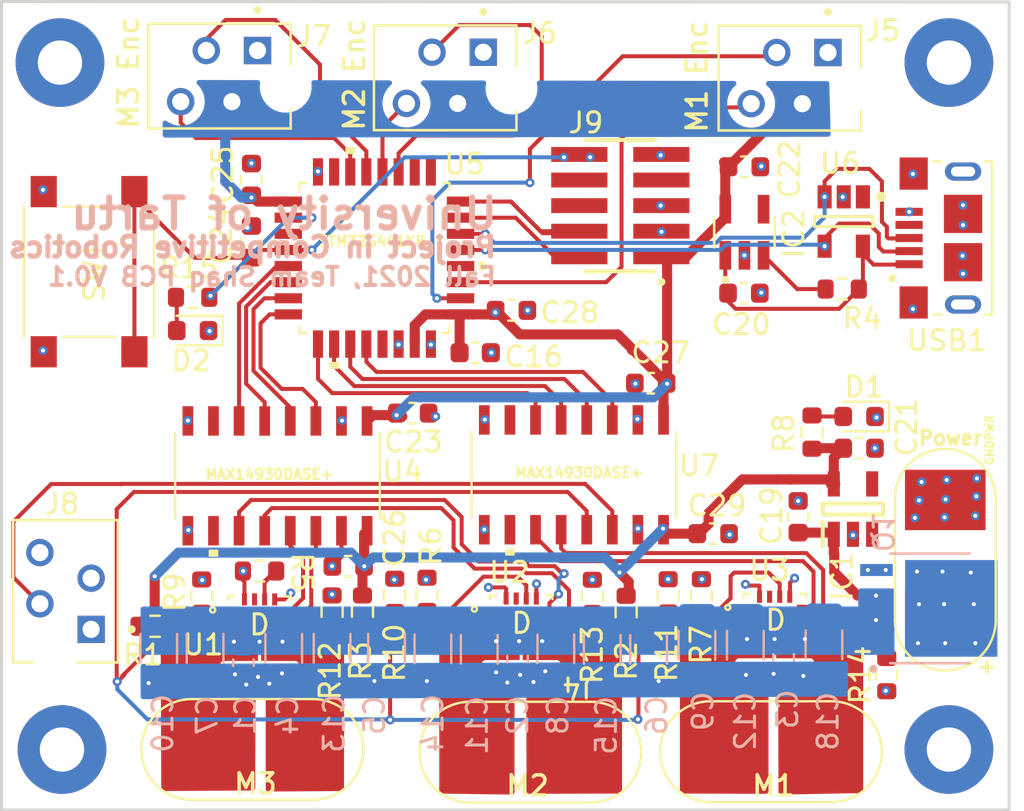
<source format=kicad_pcb>
(kicad_pcb (version 20171130) (host pcbnew 5.99.0+really5.1.10+dfsg1-1)
  (title_block (title "Basketball Robot") (date 2021-11-23) (rev V0.1) (company "University of Tartu") (comment 1 "Project in Competitive Robotics"))
  (layers (0 F.Cu mixed) (1 GND.Cu power) (2 GNDPWR.Cu power) (31 B.Cu mixed) (34 B.Paste user) (35 F.Paste user) (36 B.SilkS user) (37 F.SilkS user) (38 B.Mask user) (39 F.Mask user) (44 Edge.Cuts user))
  (net 0 "")
  (net 1 +3V3)
  (net 2 GND)
  (net 3 +15V)
  (net 4 GNDPWR)
  (net 5 +5V)
  (net 6 NRST)
  (net 7 "Net-(D1-Pad2)")
  (net 8 "Net-(D2-Pad2)")
  (net 9 IC1_EN)
  (net 10 "Net-(IC1-Pad4)")
  (net 11 "Net-(IC2-Pad4)")
  (net 12 M2_Out2)
  (net 13 M2_Out1)
  (net 14 M3_Out1)
  (net 15 M3_Out2)
  (net 16 M1_Out2)
  (net 17 M1_Out1)
  (net 18 M2_Encoder_CH1)
  (net 19 M2_Encoder_CH2)
  (net 20 M1_Encoder_CH2)
  (net 21 M1_Encoder_CH1)
  (net 22 M3_Encoder_CH1)
  (net 23 M3_Encoder_CH2)
  (net 24 "Net-(J8-Pad4)")
  (net 25 "Net-(J8-Pad3)")
  (net 26 Thrower_PWM_Out)
  (net 27 "Net-(J9-Pad06)")
  (net 28 "Net-(J9-Pad07)")
  (net 29 "Net-(J9-Pad08)")
  (net 30 Programmer_DIO)
  (net 31 Programmer_Clk)
  (net 32 IPROPI_M1)
  (net 33 SR_M2)
  (net 34 SR_M3)
  (net 35 DRVOFF_M1)
  (net 36 IPROPI_M2)
  (net 37 IPROPI_M3)
  (net 38 SR_M1)
  (net 39 DRVOFF_M2)
  (net 40 DRVOFF_M3)
  (net 41 M1_PWM)
  (net 42 M2_PWM)
  (net 43 M3_PWM)
  (net 44 Thrower_PWM)
  (net 45 M1_Dir)
  (net 46 M2_Dir)
  (net 47 M3_Dir)
  (net 48 "Net-(U1-Pad13)")
  (net 49 USB_DM)
  (net 50 USB_DP)
  (net 51 "Net-(U2-Pad13)")
  (net 52 M1_Dir_Driver)
  (net 53 M1_PWM_Driver)
  (net 54 "Net-(U2-Pad1)")
  (net 55 "Net-(U3-Pad1)")
  (net 56 M2_PWM_Driver)
  (net 57 M2_Dir_Driver)
  (net 58 "Net-(U3-Pad13)")
  (net 59 M3_PWM_Driver)
  (net 60 M3_Dir_Driver)
  (net 61 +5C)
  (net 62 "Net-(IC1-Pad3)")
  (net 63 "Net-(J1-Pad1)")
  (net 64 "Net-(U1-Pad1)")
  (net 65 "Net-(U4-Pad7)")
  (net 66 "Net-(U4-Pad10)")
  (net 67 "Net-(U5-Pad3)")
  (net 68 "Net-(U5-Pad13)")
  (net 69 "Net-(U5-Pad25)")
  (net 70 "Net-(U5-Pad26)")
  (net 71 "Net-(U5-Pad31)")
  (net 72 "Net-(U6-Pad1)")
  (net 73 "Net-(U7-Pad10)")
  (net 74 "Net-(U7-Pad7)")
  (net 75 "Net-(USB1-Pad4)")
  (net 76 nSleep_Driv)
  (net 77 MCU_nSleep_Isol)
  (net 78 "Net-(H1-Pad1)")
  (net 79 "Net-(H2-Pad1)")
  (net 80 "Net-(H3-Pad1)")
  (net 81 "Net-(H4-Pad1)")
  (net 82 Led)
  (net 83 "Net-(U5-Pad20)")
  (module Capacitor_SMD:C_0603_1608Metric (layer F.Cu) (at 213.3 106.9)
    (fp_text reference C16 (at 2.9 0.2) (layer F.SilkS))
    (fp_text value 100nF)
    (pad 2 smd roundrect (at 0.775 0) (size 0.9 0.95) (layers F.Cu F.Paste F.Mask) (net 2 GND))
    (pad 1 smd roundrect (at -0.775 0) (size 0.9 0.95) (layers F.Cu F.Paste F.Mask) (net 1 +3V3))
  )
  (module Capacitor_SMD:C_1206_3216Metric (layer B.Cu) (at 230.6 121.4 270)
    (fp_text reference C18 (at 3.8 -0.2 90 unlocked) (layer B.SilkS) (effects (justify mirror)))
    (fp_text value 10μF)
    (pad 2 smd roundrect (at 1.475 0 270) (size 1.15 1.8) (layers B.Cu B.Paste B.Mask) (roundrect_rratio 0.2173904347826087) (net 4 GNDPWR))
    (pad 1 smd roundrect (at -1.475 0 270) (size 1.15 1.8) (layers B.Cu B.Paste B.Mask) (roundrect_rratio 0.2173904347826087) (net 3 +15V))
  )
  (module Capacitor_SMD:C_1206_3216Metric (layer B.Cu) (at 219.6 121.625 270)
    (fp_text reference C15 (at 3.775 -0.2 90 unlocked) (layer B.SilkS) (effects (justify mirror)))
    (fp_text value 10μF)
    (pad 2 smd roundrect (at 1.475 0 270) (size 1.15 1.8) (layers B.Cu B.Paste B.Mask) (roundrect_rratio 0.2173904347826087) (net 4 GNDPWR))
    (pad 1 smd roundrect (at -1.475 0 270) (size 1.15 1.8) (layers B.Cu B.Paste B.Mask) (roundrect_rratio 0.2173904347826087) (net 3 +15V))
  )
  (module Capacitor_SMD:C_1206_3216Metric (layer B.Cu) (at 211.2 121.6 270)
    (fp_text reference C14 (at 3.7 0 90 unlocked) (layer B.SilkS) (effects (justify mirror)))
    (fp_text value 10μF)
    (pad 2 smd roundrect (at 1.475 0 270) (size 1.15 1.8) (layers B.Cu B.Paste B.Mask) (roundrect_rratio 0.2173904347826087) (net 4 GNDPWR))
    (pad 1 smd roundrect (at -1.475 0 270) (size 1.15 1.8) (layers B.Cu B.Paste B.Mask) (roundrect_rratio 0.2173904347826087) (net 3 +15V))
  )
  (module Capacitor_SMD:C_1206_3216Metric (layer B.Cu) (at 206.2 121.575 270)
    (fp_text reference C13 (at 3.725 -0.1 90 unlocked) (layer B.SilkS) (effects (justify mirror)))
    (fp_text value 10μF)
    (pad 2 smd roundrect (at 1.475 0 270) (size 1.15 1.8) (layers B.Cu B.Paste B.Mask) (roundrect_rratio 0.2173904347826087) (net 4 GNDPWR))
    (pad 1 smd roundrect (at -1.475 0 270) (size 1.15 1.8) (layers B.Cu B.Paste B.Mask) (roundrect_rratio 0.2173904347826087) (net 3 +15V))
  )
  (module Capacitor_SMD:C_1206_3216Metric (layer B.Cu) (at 226.7 121.425 270)
    (fp_text reference C12 (at 3.775 0 90 unlocked) (layer B.SilkS) (effects (justify mirror)))
    (fp_text value 10μF)
    (pad 2 smd roundrect (at 1.475 0 270) (size 1.15 1.8) (layers B.Cu B.Paste B.Mask) (roundrect_rratio 0.2173904347826087) (net 4 GNDPWR))
    (pad 1 smd roundrect (at -1.475 0 270) (size 1.15 1.8) (layers B.Cu B.Paste B.Mask) (roundrect_rratio 0.2173904347826087) (net 3 +15V))
  )
  (module Capacitor_SMD:C_1206_3216Metric (layer B.Cu) (at 213.5 121.625 270)
    (fp_text reference C11 (at 3.775 0.1 90 unlocked) (layer B.SilkS) (effects (justify mirror)))
    (fp_text value 10μF)
    (pad 2 smd roundrect (at 1.475 0 270) (size 1.15 1.8) (layers B.Cu B.Paste B.Mask) (roundrect_rratio 0.2173904347826087) (net 4 GNDPWR))
    (pad 1 smd roundrect (at -1.475 0 270) (size 1.15 1.8) (layers B.Cu B.Paste B.Mask) (roundrect_rratio 0.2173904347826087) (net 3 +15V))
  )
  (module Capacitor_SMD:C_1206_3216Metric (layer B.Cu) (at 197.6 121.575 270)
    (fp_text reference C10 (at 3.725 -0.2 90 unlocked) (layer B.SilkS) (effects (justify mirror)))
    (fp_text value 10μF)
    (pad 2 smd roundrect (at 1.475 0 270) (size 1.15 1.8) (layers B.Cu B.Paste B.Mask) (roundrect_rratio 0.2173904347826087) (net 4 GNDPWR))
    (pad 1 smd roundrect (at -1.475 0 270) (size 1.15 1.8) (layers B.Cu B.Paste B.Mask) (roundrect_rratio 0.2173904347826087) (net 3 +15V))
  )
  (module Capacitor_SMD:C_1206_3216Metric (layer B.Cu) (at 224.3 121.425 270)
    (fp_text reference C9 (at 3.275 -0.3 90 unlocked) (layer B.SilkS) (effects (justify mirror)))
    (fp_text value 10μF)
    (pad 2 smd roundrect (at 1.475 0 270) (size 1.15 1.8) (layers B.Cu B.Paste B.Mask) (roundrect_rratio 0.2173904347826087) (net 4 GNDPWR))
    (pad 1 smd roundrect (at -1.475 0 270) (size 1.15 1.8) (layers B.Cu B.Paste B.Mask) (roundrect_rratio 0.2173904347826087) (net 3 +15V))
  )
  (module Capacitor_SMD:C_1206_3216Metric (layer B.Cu) (at 217.3 121.6 270)
    (fp_text reference C8 (at 3.3 -0.1 90 unlocked) (layer B.SilkS) (effects (justify mirror)))
    (fp_text value 10μF)
    (pad 2 smd roundrect (at 1.475 0 270) (size 1.15 1.8) (layers B.Cu B.Paste B.Mask) (roundrect_rratio 0.2173904347826087) (net 4 GNDPWR))
    (pad 1 smd roundrect (at -1.475 0 270) (size 1.15 1.8) (layers B.Cu B.Paste B.Mask) (roundrect_rratio 0.2173904347826087) (net 3 +15V))
  )
  (module Capacitor_SMD:C_1206_3216Metric (layer B.Cu) (at 199.9 121.575 270)
    (fp_text reference C7 (at 3.325 -0.1 90 unlocked) (layer B.SilkS) (effects (justify mirror)))
    (fp_text value 10μF)
    (pad 2 smd roundrect (at 1.475 0 270) (size 1.15 1.8) (layers B.Cu B.Paste B.Mask) (roundrect_rratio 0.2173904347826087) (net 4 GNDPWR))
    (pad 1 smd roundrect (at -1.475 0 270) (size 1.15 1.8) (layers B.Cu B.Paste B.Mask) (roundrect_rratio 0.2173904347826087) (net 3 +15V))
  )
  (module Capacitor_SMD:C_1206_3216Metric (layer B.Cu) (at 221.9 121.625 270)
    (fp_text reference C6 (at 3.275 -0.4 90 unlocked) (layer B.SilkS) (effects (justify mirror)))
    (fp_text value 10μF)
    (pad 2 smd roundrect (at 1.475 0 270) (size 1.15 1.8) (layers B.Cu B.Paste B.Mask) (roundrect_rratio 0.2173904347826087) (net 4 GNDPWR))
    (pad 1 smd roundrect (at -1.475 0 270) (size 1.15 1.8) (layers B.Cu B.Paste B.Mask) (roundrect_rratio 0.2173904347826087) (net 3 +15V))
  )
  (module Capacitor_SMD:C_1206_3216Metric (layer B.Cu) (at 208.9 121.575 270)
    (fp_text reference C5 (at 3.325 0.6 90 unlocked) (layer B.SilkS) (effects (justify mirror)))
    (fp_text value 10μF)
    (pad 2 smd roundrect (at 1.475 0 270) (size 1.15 1.8) (layers B.Cu B.Paste B.Mask) (roundrect_rratio 0.2173904347826087) (net 4 GNDPWR))
    (pad 1 smd roundrect (at -1.475 0 270) (size 1.15 1.8) (layers B.Cu B.Paste B.Mask) (roundrect_rratio 0.2173904347826087) (net 3 +15V))
  )
  (module Capacitor_SMD:C_1206_3216Metric (layer B.Cu) (at 203.8 121.575 270)
    (fp_text reference C4 (at 3.325 -0.2 90 unlocked) (layer B.SilkS) (effects (justify mirror)))
    (fp_text value 10μF)
    (pad 2 smd roundrect (at 1.475 0 270) (size 1.15 1.8) (layers B.Cu B.Paste B.Mask) (roundrect_rratio 0.2173904347826087) (net 4 GNDPWR))
    (pad 1 smd roundrect (at -1.475 0 270) (size 1.15 1.8) (layers B.Cu B.Paste B.Mask) (roundrect_rratio 0.2173904347826087) (net 3 +15V))
  )
  (module USBCon:FCI_10118193-0001LF (layer F.Cu) (at 237.5012 101.209 90)
    (fp_text reference USB1 (at -5.091 -0.8012 unlocked) (layer F.SilkS))
    (fp_text value 10118193-0001LF-Amphenol_10118193-0001LF hide)
    (pad S6 thru_hole oval (at 3.3 0 90) (size 0.9 1.8) (drill oval 0.5 1.2) (layers *.Cu *.Mask) (net 2 GND))
    (pad S5 thru_hole oval (at -3.3 0 90) (size 0.9 1.8) (drill oval 0.5 1.2) (layers *.Cu *.Mask) (net 2 GND))
    (pad S3 smd rect (at 1.2 0 90) (size 1.9 1.9) (layers F.Cu F.Paste F.Mask) (net 2 GND))
    (pad S4 smd rect (at -1.2 0 90) (size 1.9 1.9) (layers F.Cu F.Paste F.Mask) (net 2 GND))
    (pad S2 smd rect (at 3.2 -2.45 90) (size 1.6 1.4) (layers F.Cu F.Paste F.Mask) (net 2 GND))
    (pad S1 smd rect (at -3.2 -2.45 90) (size 1.6 1.4) (layers F.Cu F.Paste F.Mask) (net 2 GND))
    (pad 5 smd rect (at 1.3 -2.675 90) (size 0.4 1.35) (layers F.Cu F.Paste F.Mask) (net 2 GND))
    (pad 4 smd rect (at 0.65 -2.675 90) (size 0.4 1.35) (layers F.Cu F.Paste F.Mask) (net 75 "Net-(USB1-Pad4)"))
    (pad 3 smd rect (at 0 -2.675 90) (size 0.4 1.35) (layers F.Cu F.Paste F.Mask) (net 50 USB_DP))
    (pad 2 smd rect (at -0.65 -2.675 90) (size 0.4 1.35) (layers F.Cu F.Paste F.Mask) (net 49 USB_DM))
    (pad 1 smd rect (at -1.3 -2.675 90) (size 0.4 1.35) (layers F.Cu F.Paste F.Mask) (net 61 +5C))
  )
  (module MAX14930DASE+:MAX14930DASE&plus_ (layer F.Cu) (at 203.4906 113.0138 270)
    (fp_text reference U4 (at -0.2138 -6.2094 unlocked) (layer F.SilkS))
    (fp_text value MAX14930DASE+ (at -0.0762 0.4064) (layer F.SilkS) (effects (font (size 0.5 0.5) (thickness 0.125))))
    (pad 1 smd rect (at -2.724752 -4.445 270) (size 1.4617 0.5334) (layers F.Cu F.Paste F.Mask) (net 1 +3V3))
    (pad 2 smd rect (at -2.724752 -3.175 270) (size 1.4617 0.5334) (layers F.Cu F.Paste F.Mask) (net 2 GND))
    (pad 3 smd rect (at -2.724752 -1.905 270) (size 1.4617 0.5334) (layers F.Cu F.Paste F.Mask) (net 41 M1_PWM))
    (pad 4 smd rect (at -2.724752 -0.635 270) (size 1.4617 0.5334) (layers F.Cu F.Paste F.Mask) (net 45 M1_Dir))
    (pad 5 smd rect (at -2.724752 0.635 270) (size 1.4617 0.5334) (layers F.Cu F.Paste F.Mask) (net 42 M2_PWM))
    (pad 6 smd rect (at -2.724752 1.905 270) (size 1.4617 0.5334) (layers F.Cu F.Paste F.Mask) (net 46 M2_Dir))
    (pad 7 smd rect (at -2.724752 3.175 270) (size 1.4617 0.5334) (layers F.Cu F.Paste F.Mask) (net 65 "Net-(U4-Pad7)"))
    (pad 8 smd rect (at -2.724752 4.445 270) (size 1.4617 0.5334) (layers F.Cu F.Paste F.Mask) (net 2 GND))
    (pad 9 smd rect (at 2.724752 4.445 270) (size 1.4617 0.5334) (layers F.Cu F.Paste F.Mask) (net 4 GNDPWR))
    (pad 10 smd rect (at 2.724752 3.175 270) (size 1.4617 0.5334) (layers F.Cu F.Paste F.Mask) (net 66 "Net-(U4-Pad10)"))
    (pad 11 smd rect (at 2.724752 1.905 270) (size 1.4617 0.5334) (layers F.Cu F.Paste F.Mask) (net 57 M2_Dir_Driver))
    (pad 12 smd rect (at 2.724752 0.635 270) (size 1.4617 0.5334) (layers F.Cu F.Paste F.Mask) (net 56 M2_PWM_Driver))
    (pad 13 smd rect (at 2.724752 -0.635 270) (size 1.4617 0.5334) (layers F.Cu F.Paste F.Mask) (net 52 M1_Dir_Driver))
    (pad 14 smd rect (at 2.724752 -1.905 270) (size 1.4617 0.5334) (layers F.Cu F.Paste F.Mask) (net 53 M1_PWM_Driver))
    (pad 15 smd rect (at 2.724752 -3.175 270) (size 1.4617 0.5334) (layers F.Cu F.Paste F.Mask) (net 4 GNDPWR))
    (pad 16 smd rect (at 2.724752 -4.445 270) (size 1.4617 0.5334) (layers F.Cu F.Paste F.Mask) (net 5 +5V))
  )
  (module STM32G441KB:STM32G441KBT3 (layer F.Cu) (at 208.3 102.2)
    (fp_text reference U5 (at 4.47365 -4.663199 unlocked) (layer F.SilkS))
    (fp_text value STM32G441KB (at -0.10795 -0.831799 180) (layer F.SilkS) (effects (font (size 0.5 0.5) (thickness 0.125))))
    (pad 1 smd rect (at -4.27355 -2.799999 90) (size 0.5008 1.3589) (layers F.Cu F.Paste F.Mask) (net 1 +3V3))
    (pad 2 smd rect (at -4.27355 -2.000001 90) (size 0.5008 1.3589) (layers F.Cu F.Paste F.Mask) (net 82 Led))
    (pad 3 smd rect (at -4.27355 -1.2 90) (size 0.5008 1.3589) (layers F.Cu F.Paste F.Mask) (net 67 "Net-(U5-Pad3)"))
    (pad 4 smd rect (at -4.27355 -0.399999 90) (size 0.5008 1.3589) (layers F.Cu F.Paste F.Mask) (net 6 NRST))
    (pad 5 smd rect (at -4.27355 0.399999 90) (size 0.5008 1.3589) (layers F.Cu F.Paste F.Mask) (net 46 M2_Dir))
    (pad 6 smd rect (at -4.27355 1.2 90) (size 0.5008 1.3589) (layers F.Cu F.Paste F.Mask) (net 42 M2_PWM))
    (pad 7 smd rect (at -4.27355 1.999999 90) (size 0.5008 1.3589) (layers F.Cu F.Paste F.Mask) (net 45 M1_Dir))
    (pad 8 smd rect (at -4.27355 2.799999 90) (size 0.5008 1.3589) (layers F.Cu F.Paste F.Mask) (net 41 M1_PWM))
    (pad 9 smd rect (at -2.799999 4.27355) (size 0.5008 1.3589) (layers F.Cu F.Paste F.Mask) (net 47 M3_Dir))
    (pad 10 smd rect (at -2.000001 4.27355) (size 0.5008 1.3589) (layers F.Cu F.Paste F.Mask) (net 43 M3_PWM))
    (pad 11 smd rect (at -1.2 4.27355) (size 0.5008 1.3589) (layers F.Cu F.Paste F.Mask) (net 77 MCU_nSleep_Isol))
    (pad 12 smd rect (at -0.399999 4.27355) (size 0.5008 1.3589) (layers F.Cu F.Paste F.Mask) (net 44 Thrower_PWM))
    (pad 13 smd rect (at 0.399999 4.27355) (size 0.5008 1.3589) (layers F.Cu F.Paste F.Mask) (net 68 "Net-(U5-Pad13)"))
    (pad 14 smd rect (at 1.2 4.27355) (size 0.5008 1.3589) (layers F.Cu F.Paste F.Mask) (net 2 GND))
    (pad 15 smd rect (at 1.999999 4.27355) (size 0.5008 1.3589) (layers F.Cu F.Paste F.Mask) (net 1 +3V3))
    (pad 16 smd rect (at 2.799999 4.27355) (size 0.5008 1.3589) (layers F.Cu F.Paste F.Mask) (net 2 GND))
    (pad 17 smd rect (at 4.27355 2.799999 90) (size 0.5008 1.3589) (layers F.Cu F.Paste F.Mask) (net 1 +3V3))
    (pad 18 smd rect (at 4.27355 2.000001 90) (size 0.5008 1.3589) (layers F.Cu F.Paste F.Mask) (net 21 M1_Encoder_CH1))
    (pad 19 smd rect (at 4.27355 1.2 90) (size 0.5008 1.3589) (layers F.Cu F.Paste F.Mask) (net 20 M1_Encoder_CH2))
    (pad 20 smd rect (at 4.27355 0.399999 90) (size 0.5008 1.3589) (layers F.Cu F.Paste F.Mask) (net 83 "Net-(U5-Pad20)"))
    (pad 21 smd rect (at 4.27355 -0.399999 90) (size 0.5008 1.3589) (layers F.Cu F.Paste F.Mask) (net 49 USB_DM))
    (pad 22 smd rect (at 4.27355 -1.2 90) (size 0.5008 1.3589) (layers F.Cu F.Paste F.Mask) (net 50 USB_DP))
    (pad 23 smd rect (at 4.27355 -1.999999 90) (size 0.5008 1.3589) (layers F.Cu F.Paste F.Mask) (net 30 Programmer_DIO))
    (pad 24 smd rect (at 4.27355 -2.799999 90) (size 0.5008 1.3589) (layers F.Cu F.Paste F.Mask) (net 31 Programmer_Clk))
    (pad 25 smd rect (at 2.799999 -4.27355) (size 0.5008 1.3589) (layers F.Cu F.Paste F.Mask) (net 69 "Net-(U5-Pad25)"))
    (pad 26 smd rect (at 2.000001 -4.27355) (size 0.5008 1.3589) (layers F.Cu F.Paste F.Mask) (net 70 "Net-(U5-Pad26)"))
    (pad 27 smd rect (at 1.2 -4.27355) (size 0.5008 1.3589) (layers F.Cu F.Paste F.Mask) (net 18 M2_Encoder_CH1))
    (pad 28 smd rect (at 0.399999 -4.27355) (size 0.5008 1.3589) (layers F.Cu F.Paste F.Mask) (net 19 M2_Encoder_CH2))
    (pad 29 smd rect (at -0.399999 -4.27355) (size 0.5008 1.3589) (layers F.Cu F.Paste F.Mask) (net 22 M3_Encoder_CH1))
    (pad 30 smd rect (at -1.2 -4.27355) (size 0.5008 1.3589) (layers F.Cu F.Paste F.Mask) (net 23 M3_Encoder_CH2))
    (pad 31 smd rect (at -1.999999 -4.27355) (size 0.5008 1.3589) (layers F.Cu F.Paste F.Mask) (net 71 "Net-(U5-Pad31)"))
    (pad 32 smd rect (at -2.799999 -4.27355) (size 0.5008 1.3589) (layers F.Cu F.Paste F.Mask) (net 2 GND))
  )
  (module MountingHole:MountingHole_2.2mm_M2_Pad (layer F.Cu) (at 192.8 126.6)
    (fp_text reference H4 hide)
    (fp_text value H)
    (pad 1 thru_hole circle (at 0 0) (size 4.4 4.4) (drill 2.2) (layers *.Cu *.Mask) (net 81 "Net-(H4-Pad1)"))
  )
  (module MountingHole:MountingHole_2.2mm_M2_Pad (layer F.Cu) (at 236.8 126.6)
    (fp_text reference H3 hide)
    (fp_text value H)
    (pad 1 thru_hole circle (at 0 0) (size 4.4 4.4) (drill 2.2) (layers *.Cu *.Mask) (net 80 "Net-(H3-Pad1)"))
  )
  (module MountingHole:MountingHole_2.2mm_M2_Pad (layer F.Cu) (at 236.8 92.5)
    (fp_text reference H2 hide)
    (fp_text value H)
    (pad 1 thru_hole circle (at 0 0) (size 4.4 4.4) (drill 2.2) (layers *.Cu *.Mask) (net 79 "Net-(H2-Pad1)"))
  )
  (module MountingHole:MountingHole_2.2mm_M2_Pad (layer F.Cu) (at 192.7 92.5)
    (fp_text reference H1 hide)
    (fp_text value H hide)
    (pad 1 thru_hole circle (at 0 0) (size 4.4 4.4) (drill 2.2) (layers *.Cu *.Mask) (net 78 "Net-(H1-Pad1)"))
  )
  (module CM1223-02SO:On_Semiconductor-CM1223-02SO-Level_A (layer F.Cu) (at 231.583 100.39 270)
    (fp_text reference U6 (at -2.89 -0.917 unlocked) (layer F.SilkS) (effects (justify right)))
    (fp_text value CM1223 hide)
    (pad 1 smd rect (at -1.224999 -0.950001 180) (size 0.700001 1.15) (layers F.Cu F.Paste F.Mask) (net 72 "Net-(U6-Pad1)"))
    (pad 2 smd rect (at -1.224999 -0.000001 180) (size 0.700001 1.15) (layers F.Cu F.Paste F.Mask) (net 2 GND))
    (pad 3 smd rect (at -1.224999 0.949998 180) (size 0.700001 1.15) (layers F.Cu F.Paste F.Mask) (net 50 USB_DP))
    (pad 4 smd rect (at 1.225001 0.949998 180) (size 0.700001 1.15) (layers F.Cu F.Paste F.Mask) (net 49 USB_DM))
    (pad 5 smd rect (at 1.225001 -0.950001 180) (size 0.700001 1.15) (layers F.Cu F.Paste F.Mask) (net 61 +5C))
  )
  (module BUK6Y10-30P:TO127P600X120-5N (layer B.Cu) (at 235.857 119.5924 90)
    (fp_text reference Q1 (at 3.7924 -2.357 270 unlocked) (layer B.SilkS) (effects (justify mirror)))
    (fp_text value BUK6Y10-30P)
    (pad 4 smd rect (at 1.905 -2.65 90) (size 0.6 1.62) (layers B.Cu B.Paste B.Mask) (net 4 GNDPWR))
    (pad 3 smd rect (at 0.635 -2.65 90) (size 0.6 1.62) (layers B.Cu B.Paste B.Mask) (net 3 +15V))
    (pad 2 smd rect (at -0.635 -2.65 90) (size 0.6 1.62) (layers B.Cu B.Paste B.Mask) (net 3 +15V))
    (pad 1 smd rect (at -1.905 -2.65 90) (size 0.6 1.62) (layers B.Cu B.Paste B.Mask) (net 3 +15V))
    (pad 5 smd rect (at 0 1.06 90) (size 4.8 4.58) (layers B.Cu B.Mask) (net 63 "Net-(J1-Pad1)"))
  )
  (module Samtec_FTSH-105-01-L-DV-K:SAMTEC_FTSH-105-XX-X-DV (layer F.Cu) (at 220.5 99.6 90)
    (fp_text reference J9 (at 4.1122 -1.7086 unlocked) (layer F.SilkS))
    (fp_text value FTSH-105)
    (pad 04 smd rect (at -1.27 -2.035 90) (size 0.74 2.79) (layers F.Cu F.Paste F.Mask) (net 31 Programmer_Clk))
    (pad 03 smd rect (at -1.27 2.035 90) (size 0.74 2.79) (layers F.Cu F.Paste F.Mask) (net 2 GND))
    (pad 02 smd rect (at -2.54 -2.035 90) (size 0.74 2.79) (layers F.Cu F.Paste F.Mask) (net 30 Programmer_DIO))
    (pad 01 smd rect (at -2.54 2.035 90) (size 0.74 2.79) (layers F.Cu F.Paste F.Mask) (net 1 +3V3))
    (pad 10 smd rect (at 2.54 -2.035 90) (size 0.74 2.79) (layers F.Cu F.Paste F.Mask) (net 6 NRST))
    (pad 09 smd rect (at 2.54 2.035 90) (size 0.74 2.79) (layers F.Cu F.Paste F.Mask) (net 2 GND))
    (pad 08 smd rect (at 1.27 -2.035 90) (size 0.74 2.79) (layers F.Cu F.Paste F.Mask) (net 29 "Net-(J9-Pad08)"))
    (pad 07 smd rect (at 1.27 2.035 90) (size 0.74 2.79) (layers F.Cu F.Paste F.Mask) (net 28 "Net-(J9-Pad07)"))
    (pad 06 smd rect (at 0 -2.035 90) (size 0.74 2.79) (layers F.Cu F.Paste F.Mask) (net 27 "Net-(J9-Pad06)"))
    (pad 05 smd rect (at 0 2.035 90) (size 0.74 2.79) (layers F.Cu F.Paste F.Mask) (net 2 GND))
  )
  (module Micro-MaTch_215079-4:TE_215079-4 (layer F.Cu) (at 194.245 120.6338 270)
    (fp_text reference J8 (at -6.223 1.4478 unlocked) (layer F.SilkS))
    (fp_text value 215079-4)
    (pad None np_thru_hole circle (at 1.4 1.8 270) (size 1.55 1.55) (drill 1.55) (layers *.Cu *.Mask))
    (pad 4 thru_hole circle (at -3.81 2.54 270) (size 1.358 1.358) (drill 0.85) (layers *.Cu *.Mask) (net 24 "Net-(J8-Pad4)"))
    (pad 3 thru_hole circle (at -2.54 0 270) (size 1.358 1.358) (drill 0.85) (layers *.Cu *.Mask) (net 25 "Net-(J8-Pad3)"))
    (pad 2 thru_hole circle (at -1.27 2.54 270) (size 1.358 1.358) (drill 0.85) (layers *.Cu *.Mask) (net 26 Thrower_PWM_Out))
    (pad 1 thru_hole rect (at 0 0 270) (size 1.358 1.358) (drill 0.85) (layers *.Cu *.Mask) (net 4 GNDPWR))
  )
  (module Micro-MaTch_215079-4:TE_215079-4 (layer F.Cu) (at 202.5 91.9)
    (fp_text reference J7 (at 2.8 -0.7 unlocked) (layer F.SilkS))
    (fp_text value 215079-4)
    (pad 1 thru_hole rect (at 0 0) (size 1.358 1.358) (drill 0.85) (layers *.Cu *.Mask) (net 2 GND))
    (pad 2 thru_hole circle (at -1.27 2.54) (size 1.358 1.358) (drill 0.85) (layers *.Cu *.Mask) (net 1 +3V3))
    (pad 3 thru_hole circle (at -2.54 0) (size 1.358 1.358) (drill 0.85) (layers *.Cu *.Mask) (net 22 M3_Encoder_CH1))
    (pad 4 thru_hole circle (at -3.81 2.54) (size 1.358 1.358) (drill 0.85) (layers *.Cu *.Mask) (net 23 M3_Encoder_CH2))
    (pad None np_thru_hole circle (at 1.4 1.8) (size 1.55 1.55) (drill 1.55) (layers *.Cu *.Mask))
  )
  (module Micro-MaTch_215079-4:TE_215079-4 (layer F.Cu) (at 213.7 91.986)
    (fp_text reference J6 (at 2.8 -0.9432 unlocked) (layer F.SilkS))
    (fp_text value 215079-4)
    (pad None np_thru_hole circle (at 1.4 1.8) (size 1.55 1.55) (drill 1.55) (layers *.Cu *.Mask))
    (pad 4 thru_hole circle (at -3.81 2.54) (size 1.358 1.358) (drill 0.85) (layers *.Cu *.Mask) (net 19 M2_Encoder_CH2))
    (pad 3 thru_hole circle (at -2.54 0) (size 1.358 1.358) (drill 0.85) (layers *.Cu *.Mask) (net 18 M2_Encoder_CH1))
    (pad 2 thru_hole circle (at -1.27 2.54) (size 1.358 1.358) (drill 0.85) (layers *.Cu *.Mask) (net 1 +3V3))
    (pad 1 thru_hole rect (at 0 0) (size 1.358 1.358) (drill 0.85) (layers *.Cu *.Mask) (net 2 GND))
  )
  (module Micro-MaTch_215079-4:TE_215079-4 (layer F.Cu) (at 230.8 92)
    (fp_text reference J5 (at 2.7178 -1.0858 unlocked) (layer F.SilkS))
    (fp_text value 215079-4)
    (pad None np_thru_hole circle (at 1.4 1.8) (size 1.55 1.55) (drill 1.55) (layers *.Cu *.Mask))
    (pad 4 thru_hole circle (at -3.81 2.54) (size 1.358 1.358) (drill 0.85) (layers *.Cu *.Mask) (net 20 M1_Encoder_CH2))
    (pad 3 thru_hole circle (at -2.54 0) (size 1.358 1.358) (drill 0.85) (layers *.Cu *.Mask) (net 21 M1_Encoder_CH1))
    (pad 2 thru_hole circle (at -1.27 2.54) (size 1.358 1.358) (drill 0.85) (layers *.Cu *.Mask) (net 1 +3V3))
    (pad 1 thru_hole rect (at 0 0) (size 1.358 1.358) (drill 0.85) (layers *.Cu *.Mask) (net 2 GND))
  )
  (module Connector_New:Banana_Jack_2Pin_New_1 (layer F.Cu) (at 216.0354 126.2298 180)
    (fp_text reference J4 (at -2.4412 2.7258 180 unlocked) (layer F.SilkS))
    (fp_text value M2 hide)
    (pad 1 smd rect (at -3 -0.5 180) (size 3 4) (layers F.Cu F.Paste F.Mask) (net 13 M2_Out1))
    (pad 2 smd rect (at 2.97 -0.5 180) (size 3 4) (layers F.Cu F.Paste F.Mask) (net 12 M2_Out2))
  )
  (module Connector_New:Banana_Jack_2Pin_New_1 (layer F.Cu) (at 202.246 126.0948 180)
    (fp_text reference J3 hide)
    (fp_text value M1 hide)
    (pad 1 smd rect (at -3 -0.5 180) (size 3 4) (layers F.Cu F.Paste F.Mask) (net 17 M1_Out1))
    (pad 2 smd rect (at 2.97 -0.5 180) (size 3 4) (layers F.Cu F.Paste F.Mask) (net 16 M1_Out2))
  )
  (module Connector_New:Banana_Jack_2Pin_New_1 (layer F.Cu) (at 227.9734 126.2044 180)
    (fp_text reference J2 hide)
    (fp_text value M3 hide)
    (pad 1 smd rect (at -3 -0.5 180) (size 3 4) (layers F.Cu F.Paste F.Mask) (net 14 M3_Out1))
    (pad 2 smd rect (at 2.97 -0.5 180) (size 3 4) (layers F.Cu F.Paste F.Mask) (net 15 M3_Out2))
  )
  (module Connector_New:Banana_Jack_2Pin_New_1 (layer F.Cu) (at 237.1202 117.1794 90)
    (fp_text reference J1 hide)
    (fp_text value Power hide)
    (pad 1 smd rect (at -3 -0.5 90) (size 3 4) (layers F.Cu F.Paste F.Mask) (net 63 "Net-(J1-Pad1)"))
    (pad 2 smd rect (at 2.97 -0.5 90) (size 3 4) (layers F.Cu F.Paste F.Mask) (net 4 GNDPWR))
  )
  (module NCP164CSN330T1G:SOP95P275X110-5N (layer F.Cu) (at 226.6554 100.9234 90)
    (fp_text reference IC2 (at -0.0766 2.4446 90 unlocked) (layer F.SilkS))
    (fp_text value NCP164CSN330T1G hide)
    (pad 5 smd rect (at 1.145 -0.95 90) (size 1.42 0.58) (layers F.Cu F.Paste F.Mask) (net 1 +3V3))
    (pad 4 smd rect (at 1.145 0.95 90) (size 1.42 0.58) (layers F.Cu F.Paste F.Mask) (net 11 "Net-(IC2-Pad4)"))
    (pad 3 smd rect (at -1.145 0.95 90) (size 1.42 0.58) (layers F.Cu F.Paste F.Mask) (net 9 IC1_EN))
    (pad 2 smd rect (at -1.145 0 90) (size 1.42 0.58) (layers F.Cu F.Paste F.Mask) (net 2 GND))
    (pad 1 smd rect (at -1.145 -0.95 90) (size 1.42 0.58) (layers F.Cu F.Paste F.Mask) (net 61 +5C))
  )
  (module Diode_SMD:D_0603_1608Metric (layer F.Cu) (at 199.2822 105.8018 180)
    (fp_text reference D2 (at 0.0822 -1.4982 unlocked) (layer F.SilkS))
    (fp_text value LED)
    (pad 2 smd roundrect (at 0.7875 0 180) (size 0.875 0.95) (layers F.Cu F.Paste F.Mask) (net 8 "Net-(D2-Pad2)"))
    (pad 1 smd roundrect (at -0.7875 0 180) (size 0.875 0.95) (layers F.Cu F.Paste F.Mask) (net 2 GND))
  )
  (module Diode_SMD:D_0603_1608Metric (layer F.Cu) (at 232.345 110.0674 180)
    (fp_text reference D1 (at -0.255 1.4674 unlocked) (layer F.SilkS))
    (fp_text value LED)
    (pad 2 smd roundrect (at 0.7875 0 180) (size 0.875 0.95) (layers F.Cu F.Paste F.Mask) (net 7 "Net-(D1-Pad2)"))
    (pad 1 smd roundrect (at -0.7875 0 180) (size 0.875 0.95) (layers F.Cu F.Paste F.Mask) (net 4 GNDPWR))
  )
  (module Resistor_SMD:R_0603_1608Metric (layer F.Cu) (at 233.7166 122.8822 270)
    (fp_text reference R14 (at 0.0178 1.3166 90 unlocked) (layer F.SilkS))
    (fp_text value 10K)
    (pad 2 smd roundrect (at 0.825 0 270) (size 0.8 0.95) (layers F.Cu F.Paste F.Mask) (net 4 GNDPWR))
    (pad 1 smd roundrect (at -0.825 0 270) (size 0.8 0.95) (layers F.Cu F.Paste F.Mask) (net 40 DRVOFF_M3))
  )
  (module Resistor_SMD:R_0603_1608Metric (layer F.Cu) (at 230.0082 110.8416 270)
    (fp_text reference R8 (at 0.0584 1.4082 90 unlocked) (layer F.SilkS))
    (fp_text value 3.3K)
    (pad 2 smd roundrect (at 0.825 0 270) (size 0.8 0.95) (layers F.Cu F.Paste F.Mask) (net 5 +5V))
    (pad 1 smd roundrect (at -0.825 0 270) (size 0.8 0.95) (layers F.Cu F.Paste F.Mask) (net 7 "Net-(D1-Pad2)"))
  )
  (module Resistor_SMD:R_0603_1608Metric (layer F.Cu) (at 199.2822 104.1508 180)
    (fp_text reference R15 (at 0.1822 1.4508 unlocked) (layer F.SilkS))
    (fp_text value 3.3K)
    (pad 2 smd roundrect (at 0.825 0 180) (size 0.8 0.95) (layers F.Cu F.Paste F.Mask) (net 8 "Net-(D2-Pad2)"))
    (pad 1 smd roundrect (at -0.825 0 180) (size 0.8 0.95) (layers F.Cu F.Paste F.Mask) (net 82 Led))
  )
  (module Resistor_SMD:R_0603_1608Metric (layer F.Cu) (at 219.1116 118.996 90)
    (fp_text reference R13 (at -2.904 -0.0116 90 unlocked) (layer F.SilkS))
    (fp_text value 10K)
    (pad 2 smd roundrect (at 0.825 0 90) (size 0.8 0.95) (layers F.Cu F.Paste F.Mask) (net 4 GNDPWR))
    (pad 1 smd roundrect (at -0.825 0 90) (size 0.8 0.95) (layers F.Cu F.Paste F.Mask) (net 39 DRVOFF_M2))
  )
  (module Resistor_SMD:R_0603_1608Metric (layer F.Cu) (at 202.6016 117.7382)
    (fp_text reference R5 (at 2.0984 0.0618 270 unlocked) (layer F.SilkS))
    (fp_text value 100K)
    (pad 2 smd roundrect (at 0.825 0) (size 0.8 0.95) (layers F.Cu F.Paste F.Mask) (net 38 SR_M1))
    (pad 1 smd roundrect (at -0.825 0) (size 0.8 0.95) (layers F.Cu F.Paste F.Mask) (net 4 GNDPWR))
  )
  (module Resistor_SMD:R_0603_1608Metric (layer F.Cu) (at 222.8708 118.9696 270)
    (fp_text reference R11 (at 2.8304 0.0708 90 unlocked) (layer F.SilkS))
    (fp_text value 3.3K)
    (pad 2 smd roundrect (at 0.825 0 270) (size 0.8 0.95) (layers F.Cu F.Paste F.Mask) (net 37 IPROPI_M3))
    (pad 1 smd roundrect (at -0.825 0 270) (size 0.8 0.95) (layers F.Cu F.Paste F.Mask) (net 4 GNDPWR))
  )
  (module Resistor_SMD:R_0603_1608Metric (layer F.Cu) (at 209.3072 118.9452 270)
    (fp_text reference R10 (at 2.8548 0.0072 90 unlocked) (layer F.SilkS))
    (fp_text value 3.3K)
    (pad 2 smd roundrect (at 0.825 0 270) (size 0.8 0.95) (layers F.Cu F.Paste F.Mask) (net 36 IPROPI_M2))
    (pad 1 smd roundrect (at -0.825 0 270) (size 0.8 0.95) (layers F.Cu F.Paste F.Mask) (net 4 GNDPWR))
  )
  (module Resistor_SMD:R_0603_1608Metric (layer F.Cu) (at 206.2 119.775 90)
    (fp_text reference R12 (at -2.925 -0.1 90 unlocked) (layer F.SilkS))
    (fp_text value 10K)
    (pad 2 smd roundrect (at 0.825 0 90) (size 0.8 0.95) (layers F.Cu F.Paste F.Mask) (net 4 GNDPWR))
    (pad 1 smd roundrect (at -0.825 0 90) (size 0.8 0.95) (layers F.Cu F.Paste F.Mask) (net 35 DRVOFF_M1))
  )
  (module Resistor_SMD:R_0603_1608Metric (layer F.Cu) (at 224.5218 118.9696 270)
    (fp_text reference R7 (at 2.4304 0.0218 90 unlocked) (layer F.SilkS))
    (fp_text value 100K)
    (pad 2 smd roundrect (at 0.825 0 270) (size 0.8 0.95) (layers F.Cu F.Paste F.Mask) (net 34 SR_M3))
    (pad 1 smd roundrect (at -0.825 0 270) (size 0.8 0.95) (layers F.Cu F.Paste F.Mask) (net 4 GNDPWR))
  )
  (module Resistor_SMD:R_0603_1608Metric (layer F.Cu) (at 210.9074 118.8944 270)
    (fp_text reference R6 (at -2.3944 -0.1926 90 unlocked) (layer F.SilkS))
    (fp_text value 100K)
    (pad 2 smd roundrect (at 0.825 0 270) (size 0.8 0.95) (layers F.Cu F.Paste F.Mask) (net 33 SR_M2))
    (pad 1 smd roundrect (at -0.825 0 270) (size 0.8 0.95) (layers F.Cu F.Paste F.Mask) (net 4 GNDPWR))
  )
  (module Resistor_SMD:R_0603_1608Metric (layer F.Cu) (at 199.7314 118.9828 270)
    (fp_text reference R9 (at -0.1828 1.3314 90 unlocked) (layer F.SilkS))
    (fp_text value 3.3K)
    (pad 2 smd roundrect (at 0.825 0 270) (size 0.8 0.95) (layers F.Cu F.Paste F.Mask) (net 32 IPROPI_M1))
    (pad 1 smd roundrect (at -0.825 0 270) (size 0.8 0.95) (layers F.Cu F.Paste F.Mask) (net 4 GNDPWR))
  )
  (module Resistor_SMD:R_0603_1608Metric (layer F.Cu) (at 207.707 119.775 270)
    (fp_text reference R3 (at 2.425 0.107 90 unlocked) (layer F.SilkS))
    (fp_text value 10K)
    (pad 2 smd roundrect (at 0.825 0 270) (size 0.8 0.95) (layers F.Cu F.Paste F.Mask) (net 76 nSleep_Driv))
    (pad 1 smd roundrect (at -0.825 0 270) (size 0.8 0.95) (layers F.Cu F.Paste F.Mask) (net 5 +5V))
  )
  (module Resistor_SMD:R_0603_1608Metric (layer F.Cu) (at 220.788 119.7956 270)
    (fp_text reference R2 (at 2.4044 -0.012 90 unlocked) (layer F.SilkS))
    (fp_text value 10K)
    (pad 2 smd roundrect (at 0.825 0 270) (size 0.8 0.95) (layers F.Cu F.Paste F.Mask) (net 76 nSleep_Driv))
    (pad 1 smd roundrect (at -0.825 0 270) (size 0.8 0.95) (layers F.Cu F.Paste F.Mask) (net 5 +5V))
  )
  (module Resistor_SMD:R_0603_1608Metric (layer F.Cu) (at 197.42 120.4814 180)
    (fp_text reference R1 (at 0.62 -1.4186 unlocked) (layer F.SilkS))
    (fp_text value 10K)
    (pad 2 smd roundrect (at 0.825 0 180) (size 0.8 0.95) (layers F.Cu F.Paste F.Mask) (net 5 +5V))
    (pad 1 smd roundrect (at -0.825 0 180) (size 0.8 0.95) (layers F.Cu F.Paste F.Mask) (net 76 nSleep_Driv))
  )
  (module Resistor_SMD:R_0603_1608Metric (layer F.Cu) (at 231.5068 103.7428)
    (fp_text reference R4 (at 0.9932 1.4572 unlocked) (layer F.SilkS))
    (fp_text value 10K)
    (pad 2 smd roundrect (at 0.825 0) (size 0.8 0.95) (layers F.Cu F.Paste F.Mask) (net 61 +5C))
    (pad 1 smd roundrect (at -0.825 0) (size 0.8 0.95) (layers F.Cu F.Paste F.Mask) (net 9 IC1_EN))
  )
  (module Capacitor_SMD:C_0603_1608Metric (layer F.Cu) (at 229.3224 115.0458 90)
    (fp_text reference C19 (at 0.0458 -1.3224 90 unlocked) (layer F.SilkS))
    (fp_text value 1μF)
    (pad 2 smd roundrect (at 0.7875 0 90) (size 0.875 0.95) (layers F.Cu F.Paste F.Mask) (net 4 GNDPWR))
    (pad 1 smd roundrect (at -0.7875 0 90) (size 0.875 0.95) (layers F.Cu F.Paste F.Mask) (net 3 +15V))
  )
  (module MAX14930DASE+:MAX14930DASE&plus_ (layer F.Cu) (at 218.1972 112.963 270)
    (fp_text reference U7 (at -0.463 -6.2028 unlocked) (layer F.SilkS))
    (fp_text value MAX14930DASE+ (at -0.1016 -0.254 180) (layer F.SilkS) (effects (font (size 0.5 0.5) (thickness 0.125))))
    (pad 16 smd rect (at 2.724752 -4.445 270) (size 1.4617 0.5334) (layers F.Cu F.Paste F.Mask) (net 5 +5V))
    (pad 15 smd rect (at 2.724752 -3.175 270) (size 1.4617 0.5334) (layers F.Cu F.Paste F.Mask) (net 4 GNDPWR))
    (pad 14 smd rect (at 2.724752 -1.905 270) (size 1.4617 0.5334) (layers F.Cu F.Paste F.Mask) (net 26 Thrower_PWM_Out))
    (pad 13 smd rect (at 2.724752 -0.635 270) (size 1.4617 0.5334) (layers F.Cu F.Paste F.Mask) (net 76 nSleep_Driv))
    (pad 12 smd rect (at 2.724752 0.635 270) (size 1.4617 0.5334) (layers F.Cu F.Paste F.Mask) (net 59 M3_PWM_Driver))
    (pad 11 smd rect (at 2.724752 1.905 270) (size 1.4617 0.5334) (layers F.Cu F.Paste F.Mask) (net 60 M3_Dir_Driver))
    (pad 10 smd rect (at 2.724752 3.175 270) (size 1.4617 0.5334) (layers F.Cu F.Paste F.Mask) (net 73 "Net-(U7-Pad10)"))
    (pad 9 smd rect (at 2.724752 4.445 270) (size 1.4617 0.5334) (layers F.Cu F.Paste F.Mask) (net 4 GNDPWR))
    (pad 8 smd rect (at -2.724752 4.445 270) (size 1.4617 0.5334) (layers F.Cu F.Paste F.Mask) (net 2 GND))
    (pad 7 smd rect (at -2.724752 3.175 270) (size 1.4617 0.5334) (layers F.Cu F.Paste F.Mask) (net 74 "Net-(U7-Pad7)"))
    (pad 6 smd rect (at -2.724752 1.905 270) (size 1.4617 0.5334) (layers F.Cu F.Paste F.Mask) (net 47 M3_Dir))
    (pad 5 smd rect (at -2.724752 0.635 270) (size 1.4617 0.5334) (layers F.Cu F.Paste F.Mask) (net 43 M3_PWM))
    (pad 4 smd rect (at -2.724752 -0.635 270) (size 1.4617 0.5334) (layers F.Cu F.Paste F.Mask) (net 77 MCU_nSleep_Isol))
    (pad 3 smd rect (at -2.724752 -1.905 270) (size 1.4617 0.5334) (layers F.Cu F.Paste F.Mask) (net 44 Thrower_PWM))
    (pad 2 smd rect (at -2.724752 -3.175 270) (size 1.4617 0.5334) (layers F.Cu F.Paste F.Mask) (net 2 GND))
    (pad 1 smd rect (at -2.724752 -4.445 270) (size 1.4617 0.5334) (layers F.Cu F.Paste F.Mask) (net 1 +3V3))
  )
  (module Capacitor_SMD:C_0603_1608Metric (layer F.Cu) (at 207 117.5 180)
    (fp_text reference C26 (at -2.3 1.4 90 unlocked) (layer F.SilkS))
    (fp_text value 0.1μF)
    (pad 2 smd roundrect (at 0.7875 0 180) (size 0.875 0.95) (layers F.Cu F.Paste F.Mask) (net 4 GNDPWR))
    (pad 1 smd roundrect (at -0.7875 0 180) (size 0.875 0.95) (layers F.Cu F.Paste F.Mask) (net 5 +5V))
  )
  (module Capacitor_SMD:C_0603_1608Metric (layer B.Cu) (at 228.6 122.0307 270)
    (fp_text reference C3 (at 2.5693 -0.2 90 unlocked) (layer B.SilkS) (effects (justify mirror)))
    (fp_text value 0.1μF)
    (pad 2 smd roundrect (at 0.7875 0 270) (size 0.875 0.95) (layers B.Cu B.Paste B.Mask) (net 4 GNDPWR))
    (pad 1 smd roundrect (at -0.7875 0 270) (size 0.875 0.95) (layers B.Cu B.Paste B.Mask) (net 3 +15V))
  )
  (module Capacitor_SMD:C_0603_1608Metric (layer F.Cu) (at 225.106 115.884)
    (fp_text reference C29 (at 0.194 -1.384 unlocked) (layer F.SilkS))
    (fp_text value 0.1μF)
    (pad 2 smd roundrect (at 0.7875 0) (size 0.875 0.95) (layers F.Cu F.Paste F.Mask) (net 4 GNDPWR))
    (pad 1 smd roundrect (at -0.7875 0) (size 0.875 0.95) (layers F.Cu F.Paste F.Mask) (net 5 +5V))
  )
  (module Capacitor_SMD:C_0603_1608Metric (layer F.Cu) (at 232.345 111.6422)
    (fp_text reference C21 (at 2.355 -1.0422 90 unlocked) (layer F.SilkS))
    (fp_text value 1μF)
    (pad 2 smd roundrect (at 0.7875 0) (size 0.875 0.95) (layers F.Cu F.Paste F.Mask) (net 4 GNDPWR))
    (pad 1 smd roundrect (at -0.7875 0) (size 0.875 0.95) (layers F.Cu F.Paste F.Mask) (net 5 +5V))
  )
  (module Capacitor_SMD:C_0603_1608Metric (layer F.Cu) (at 226.6554 97.6722)
    (fp_text reference C22 (at 2.2446 0.1278 90 unlocked) (layer F.SilkS))
    (fp_text value 1μF)
    (pad 1 smd roundrect (at -0.7875 0) (size 0.875 0.95) (layers F.Cu F.Paste F.Mask) (net 1 +3V3))
    (pad 2 smd roundrect (at 0.7875 0) (size 0.875 0.95) (layers F.Cu F.Paste F.Mask) (net 2 GND))
  )
  (module Capacitor_SMD:C_0603_1608Metric (layer F.Cu) (at 215.1 104.8)
    (fp_text reference C28 (at 2.895 0.111 unlocked) (layer F.SilkS))
    (fp_text value 100nF)
    (pad 1 smd roundrect (at -0.7875 0) (size 0.875 0.95) (layers F.Cu F.Paste F.Mask) (net 1 +3V3))
    (pad 2 smd roundrect (at 0.7875 0) (size 0.875 0.95) (layers F.Cu F.Paste F.Mask) (net 2 GND))
  )
  (module Capacitor_SMD:C_0603_1608Metric (layer B.Cu) (at 201.8 122.2875 270)
    (fp_text reference C1 (at 2.6125 -0.1 90 unlocked) (layer B.SilkS) (effects (justify mirror)))
    (fp_text value 0.1μF)
    (pad 2 smd roundrect (at 0.7875 0 270) (size 0.875 0.95) (layers B.Cu B.Paste B.Mask) (net 4 GNDPWR))
    (pad 1 smd roundrect (at -0.7875 0 270) (size 0.875 0.95) (layers B.Cu B.Paste B.Mask) (net 3 +15V))
  )
  (module Capacitor_SMD:C_0603_1608Metric (layer F.Cu) (at 202.2 98.3 270)
    (fp_text reference C25 (at -0.2276 1.427 90 unlocked) (layer F.SilkS))
    (fp_text value 100nF)
    (pad 2 smd roundrect (at 0.7875 0 270) (size 0.875 0.95) (layers F.Cu F.Paste F.Mask) (net 1 +3V3))
    (pad 1 smd roundrect (at -0.7875 0 270) (size 0.875 0.95) (layers F.Cu F.Paste F.Mask) (net 2 GND))
  )
  (module Capacitor_SMD:C_0603_1608Metric (layer F.Cu) (at 210.2 109.9 180)
    (fp_text reference C23 (at -0.0244 -1.4326 unlocked) (layer F.SilkS))
    (fp_text value 0.1μF)
    (pad 1 smd roundrect (at -0.7875 0 180) (size 0.875 0.95) (layers F.Cu F.Paste F.Mask) (net 2 GND))
    (pad 2 smd roundrect (at 0.7875 0 180) (size 0.875 0.95) (layers F.Cu F.Paste F.Mask) (net 1 +3V3))
  )
  (module NCV8730ASN500T1G:SOT95P275X110-5N (layer F.Cu) (at 232.0402 114.6648 90)
    (fp_text reference IC1 (at -3.3352 -0.5402 90 unlocked) (layer F.SilkS))
    (fp_text value NCV8730ASN500T1G hide)
    (pad 1 smd rect (at -1.25 -0.95 180) (size 0.6 1.25) (layers F.Cu F.Paste F.Mask) (net 3 +15V))
    (pad 2 smd rect (at -1.25 0 180) (size 0.6 1.25) (layers F.Cu F.Paste F.Mask) (net 4 GNDPWR))
    (pad 3 smd rect (at -1.25 0.95 180) (size 0.6 1.25) (layers F.Cu F.Paste F.Mask) (net 62 "Net-(IC1-Pad3)"))
    (pad 4 smd rect (at 1.25 0.95 180) (size 0.6 1.25) (layers F.Cu F.Paste F.Mask) (net 10 "Net-(IC1-Pad4)"))
    (pad 5 smd rect (at 1.25 -0.95 180) (size 0.6 1.25) (layers F.Cu F.Paste F.Mask) (net 5 +5V))
  )
  (module Capacitor_SMD:C_0603_1608Metric (layer F.Cu) (at 226.63 103.946)
    (fp_text reference C20 (at -0.13 1.554 unlocked) (layer F.SilkS))
    (fp_text value 1μF)
    (pad 1 smd roundrect (at -0.7875 0) (size 0.875 0.95) (layers F.Cu F.Paste F.Mask) (net 61 +5C))
    (pad 2 smd roundrect (at 0.7875 0) (size 0.875 0.95) (layers F.Cu F.Paste F.Mask) (net 2 GND))
  )
  (module Button_Switch_SMD:SW_Push_1P1T_NO_6x6mm_H9.5mm (layer F.Cu) (at 194.1434 102.8792 270)
    (fp_text reference SW1 (at -0.0126 -0.2688 90 unlocked) (layer F.SilkS))
    (fp_text value SW_Push)
    (pad 2 smd rect (at -3.975 2.25 270) (size 1.55 1.3) (layers F.Cu F.Paste F.Mask) (net 2 GND))
    (pad 1 smd rect (at -3.975 -2.25 270) (size 1.55 1.3) (layers F.Cu F.Paste F.Mask) (net 6 NRST))
    (pad 1 smd rect (at 3.975 -2.25 270) (size 1.55 1.3) (layers F.Cu F.Paste F.Mask) (net 6 NRST))
    (pad 2 smd rect (at 3.975 2.25 270) (size 1.55 1.3) (layers F.Cu F.Paste F.Mask) (net 2 GND))
  )
  (module Capacitor_SMD:C_0603_1608Metric (layer F.Cu) (at 222.0072 108.4164)
    (fp_text reference C27 (at 0.4928 -1.5164 unlocked) (layer F.SilkS))
    (fp_text value 0.1μF)
    (pad 1 smd roundrect (at -0.7875 0) (size 0.875 0.95) (layers F.Cu F.Paste F.Mask) (net 2 GND))
    (pad 2 smd roundrect (at 0.7875 0) (size 0.875 0.95) (layers F.Cu F.Paste F.Mask) (net 1 +3V3))
  )
  (module Capacitor_SMD:C_0603_1608Metric (layer F.Cu) (at 202.2 101.4 90)
    (fp_text reference C24 (at 0.3 -1.5 90 unlocked) (layer F.SilkS))
    (fp_text value 0.1μF)
    (pad 1 smd roundrect (at -0.7875 0 90) (size 0.875 0.95) (layers F.Cu F.Paste F.Mask) (net 6 NRST))
    (pad 2 smd roundrect (at 0.7875 0 90) (size 0.875 0.95) (layers F.Cu F.Paste F.Mask) (net 2 GND))
  )
  (module Capacitor_SMD:C_0603_1608Metric (layer B.Cu) (at 215.4 122.107 270)
    (fp_text reference C2 (at 2.793 0 90 unlocked) (layer B.SilkS) (effects (justify mirror)))
    (fp_text value 0.1μF)
    (pad 1 smd roundrect (at -0.7875 0 270) (size 0.875 0.95) (layers B.Cu B.Paste B.Mask) (net 3 +15V))
    (pad 2 smd roundrect (at 0.7875 0 270) (size 0.875 0.95) (layers B.Cu B.Paste B.Mask) (net 4 GNDPWR))
  )
  (module motor_driver:PDRV8243HRXYQ1 (layer F.Cu) (at 215.5829 121.253799)
    (fp_text reference U2 (at -0.5829 -3.453799 unlocked) (layer F.SilkS))
    (fp_text value DRV8243-Q1 hide)
    (fp_text user D (at 0.0235 -0.924799) (layer F.SilkS))
    (pad 1 smd rect (at -1.4 -1.625001) (size 0.599999 0.249999) (layers F.Cu F.Paste) (net 54 "Net-(U2-Pad1)"))
    (pad 2 smd rect (at -1.4 -1.124999) (size 0.599999 0.249999) (layers F.Cu F.Paste) (net 36 IPROPI_M2))
    (pad 3 smd rect (at -1.4 -0.625) (size 0.599999 0.249999) (layers F.Cu F.Paste) (net 76 nSleep_Driv))
    (pad 4 smd rect (at 0 -0.05) (size 3.500001 0.499999) (layers F.Cu) (net 3 +15V))
    (pad 5 smd rect (at -0.9125 0.650001) (size 1.675 0.499999) (layers F.Cu) (net 12 M2_Out2))
    (pad 6 smd rect (at 0 1.799999) (size 3.500001 1.4) (layers F.Cu) (net 4 GNDPWR))
    (pad 7 smd rect (at 0.9125 0.650001) (size 1.675 0.499999) (layers F.Cu) (net 13 M2_Out1))
    (pad 8 smd rect (at 1.4 -0.625) (size 0.599999 0.249999) (layers F.Cu F.Paste) (net 39 DRVOFF_M2))
    (pad 9 smd rect (at 1.4 -1.124999) (size 0.599999 0.249999) (layers F.Cu F.Paste) (net 56 M2_PWM_Driver))
    (pad 10 smd rect (at 1.4 -1.625001) (size 0.599999 0.249999) (layers F.Cu F.Paste) (net 57 M2_Dir_Driver))
    (pad 11 smd rect (at 0.750001 -2.150001) (size 0.249999 0.599999) (layers F.Cu F.Paste) (net 4 GNDPWR))
    (pad 12 smd rect (at 0.25 -2.150001) (size 0.249999 0.599999) (layers F.Cu F.Paste) (net 33 SR_M2))
    (pad 13 smd rect (at -0.25 -2.150001) (size 0.249999 0.599999) (layers F.Cu F.Paste) (net 51 "Net-(U2-Pad13)"))
    (pad 14 smd rect (at -0.750001 -2.150001) (size 0.249999 0.599999) (layers F.Cu F.Paste) (net 4 GNDPWR))
  )
  (module motor_driver:PDRV8243HRXYQ1 (layer F.Cu) (at 202.6016 121.297601)
    (fp_text reference U1 (at -2.8016 0.102399 unlocked) (layer F.SilkS))
    (fp_text value DRV8243-Q1 hide)
    (fp_text user D (at 0 -0.892401) (layer F.SilkS))
    (pad 14 smd rect (at -0.750001 -2.150001) (size 0.249999 0.599999) (layers F.Cu F.Paste) (net 4 GNDPWR))
    (pad 13 smd rect (at -0.25 -2.150001) (size 0.249999 0.599999) (layers F.Cu F.Paste) (net 48 "Net-(U1-Pad13)"))
    (pad 12 smd rect (at 0.25 -2.150001) (size 0.249999 0.599999) (layers F.Cu F.Paste) (net 38 SR_M1))
    (pad 11 smd rect (at 0.750001 -2.150001) (size 0.249999 0.599999) (layers F.Cu F.Paste) (net 4 GNDPWR))
    (pad 10 smd rect (at 1.4 -1.625001) (size 0.599999 0.249999) (layers F.Cu F.Paste) (net 52 M1_Dir_Driver))
    (pad 9 smd rect (at 1.4 -1.124999) (size 0.599999 0.249999) (layers F.Cu F.Paste) (net 53 M1_PWM_Driver))
    (pad 8 smd rect (at 1.4 -0.625) (size 0.599999 0.249999) (layers F.Cu F.Paste) (net 35 DRVOFF_M1))
    (pad 7 smd rect (at 0.9125 0.650001) (size 1.675 0.499999) (layers F.Cu) (net 17 M1_Out1))
    (pad 6 smd rect (at 0 1.799999) (size 3.500001 1.4) (layers F.Cu) (net 4 GNDPWR))
    (pad 5 smd rect (at -0.9125 0.650001) (size 1.675 0.499999) (layers F.Cu) (net 16 M1_Out2))
    (pad 4 smd rect (at 0 -0.05) (size 3.500001 0.499999) (layers F.Cu) (net 3 +15V))
    (pad 3 smd rect (at -1.4 -0.625) (size 0.599999 0.249999) (layers F.Cu F.Paste) (net 76 nSleep_Driv))
    (pad 2 smd rect (at -1.4 -1.124999) (size 0.599999 0.249999) (layers F.Cu F.Paste) (net 32 IPROPI_M1))
    (pad 1 smd rect (at -1.4 -1.625001) (size 0.599999 0.249999) (layers F.Cu F.Paste) (net 64 "Net-(U1-Pad1)"))
  )
  (module motor_driver:PDRV8243HRXYQ1 (layer F.Cu) (at 228.154 121.1672)
    (fp_text reference U3 (at -0.254 -3.4672 unlocked) (layer F.SilkS))
    (fp_text value DRV8243-Q1 hide)
    (fp_text user D (at 0.0508 -0.9906) (layer F.SilkS))
    (pad 1 smd rect (at -1.4 -1.625001) (size 0.599999 0.249999) (layers F.Cu F.Paste) (net 55 "Net-(U3-Pad1)"))
    (pad 2 smd rect (at -1.4 -1.124999) (size 0.599999 0.249999) (layers F.Cu F.Paste) (net 37 IPROPI_M3))
    (pad 3 smd rect (at -1.4 -0.625) (size 0.599999 0.249999) (layers F.Cu F.Paste) (net 76 nSleep_Driv))
    (pad 4 smd rect (at 0 -0.05) (size 3.500001 0.499999) (layers F.Cu) (net 3 +15V))
    (pad 5 smd rect (at -0.9125 0.650001) (size 1.675 0.499999) (layers F.Cu) (net 15 M3_Out2))
    (pad 6 smd rect (at 0 1.799999) (size 3.500001 1.4) (layers F.Cu) (net 4 GNDPWR))
    (pad 7 smd rect (at 0.9125 0.650001) (size 1.675 0.499999) (layers F.Cu) (net 14 M3_Out1))
    (pad 8 smd rect (at 1.4 -0.625) (size 0.599999 0.249999) (layers F.Cu F.Paste) (net 40 DRVOFF_M3))
    (pad 9 smd rect (at 1.4 -1.124999) (size 0.599999 0.249999) (layers F.Cu F.Paste) (net 59 M3_PWM_Driver))
    (pad 10 smd rect (at 1.4 -1.625001) (size 0.599999 0.249999) (layers F.Cu F.Paste) (net 60 M3_Dir_Driver))
    (pad 11 smd rect (at 0.750001 -2.150001) (size 0.249999 0.599999) (layers F.Cu F.Paste) (net 4 GNDPWR))
    (pad 12 smd rect (at 0.25 -2.150001) (size 0.249999 0.599999) (layers F.Cu F.Paste) (net 34 SR_M3))
    (pad 13 smd rect (at -0.25 -2.150001) (size 0.249999 0.599999) (layers F.Cu F.Paste) (net 58 "Net-(U3-Pad13)"))
    (pad 14 smd rect (at -0.750001 -2.150001) (size 0.249999 0.599999) (layers F.Cu F.Paste) (net 4 GNDPWR))
  )
  (gr_line (start 239.7872 129.6) (end 189.8 129.6) (layer Edge.Cuts) (width 0.15))
  (gr_line (start 239.7872 89.4934) (end 239.7872 129.6) (layer Edge.Cuts) (width 0.15))
  (gr_line (start 189.8 89.468) (end 239.7872 89.4934) (layer Edge.Cuts) (width 0.15))
  (gr_line (start 189.8 129.6) (end 189.8 89.468) (layer Edge.Cuts) (width 0.15))
  (gr_text GNDPWR (at 238.822 111.2358 90) (layer F.SilkS) (effects (font (size 0.4 0.4) (thickness 0.1))))
  (gr_text + (at 238.695 122.4626) (layer F.SilkS) (effects (font (size 0.7 0.7) (thickness 0.175))))
  (gr_text Power (at 236.8662 111.1342) (layer F.SilkS) (effects (font (size 0.7 0.7) (thickness 0.175))))
  (gr_text "Fall 2021, Team Shaq PCB V0.1" (at 203.2112 103.1332) (layer B.SilkS) (effects (font (size 0.9 0.9) (thickness 0.2)) (justify mirror)))
  (gr_text M1 (at 228.1 128.4) (layer F.SilkS) (effects (font (size 1 1) (thickness 0.175))))
  (gr_text M2 (at 215.9 128.4) (layer F.SilkS) (effects (font (size 1 1) (thickness 0.175))))
  (gr_text M3 (at 202.4 128.3) (layer F.SilkS) (effects (font (size 1 1) (thickness 0.175))))
  (gr_text "M1 Enc" (at 224.3 93.2 90) (layer F.SilkS) (effects (font (size 1 1) (thickness 0.175))))
  (gr_text "M2 Enc" (at 207.3 93.1 90) (layer F.SilkS) (effects (font (size 1 1) (thickness 0.175))))
  (gr_text "M3 Enc" (at 196.1 93 90) (layer F.SilkS) (effects (font (size 1 1) (thickness 0.175))))
  (gr_text "Project in Competitive Robotics" (at 202.246 101.66) (layer B.SilkS) (effects (font (size 1 1) (thickness 0.25)) (justify mirror)))
  (gr_text "University of Tartu\n" (at 203.8208 100.009) (layer B.SilkS) (effects (font (size 1.5 1.5) (thickness 0.3)) (justify mirror)))
  (via (at 214.3 104.9) (size 0.45) (drill 0.2) (layers F.Cu B.Cu) (net 1))
  (via (at 202.2 99.2) (size 0.45) (drill 0.2) (layers F.Cu B.Cu) (net 1))
  (segment (start 222.947 108.5687) (end 222.82005 108.44175) (width 0.5) (layer F.Cu) (net 1))
  (segment (start 222.6422 108.5689) (end 222.7947 108.4164) (width 0.5) (layer F.Cu) (net 1))
  (segment (start 213.3966 94.6306) (end 213.292 94.526) (width 0.5) (layer B.Cu) (net 1))
  (segment (start 202.373 95.5894) (end 201.3316 94.548) (width 0.5) (layer B.Cu) (net 1))
  (segment (start 225.7054 99.7784) (end 225.7054 100.1716) (width 0.5) (layer F.Cu) (net 1))
  (segment (start 225.6394 97.4437) (end 225.8679 97.6722) (width 0.5) (layer F.Cu) (net 1))
  (segment (start 209.6881 110.0674) (end 209.6881 110.0674) (width 0.5) (layer F.Cu) (net 1))
  (via (at 209.4 110) (size 0.45) (drill 0.2) (layers F.Cu B.Cu) (net 1))
  (segment (start 222.82005 108.44175) (end 222.7947 108.4164) (width 0.5) (layer F.Cu) (net 1))
  (via (at 222.82005 108.44175) (size 0.45) (drill 0.2) (layers F.Cu B.Cu) (net 1))
  (segment (start 222.5436 108.1653) (end 222.82005 108.44175) (width 0.5) (layer F.Cu) (net 1))
  (segment (start 222.6422 110.238248) (end 222.6422 108.5689) (width 0.5) (layer F.Cu) (net 1))
  (segment (start 221.1437 106.7654) (end 221.0674 106.7654) (width 0.5) (layer F.Cu) (net 1))
  (segment (start 222.82005 108.44175) (end 221.1437 106.7654) (width 0.5) (layer F.Cu) (net 1))
  (segment (start 225.7054 97.8347) (end 225.8679 97.6722) (width 0.5) (layer F.Cu) (net 1))
  (segment (start 225.7054 99.7784) (end 225.7054 97.8347) (width 0.5) (layer F.Cu) (net 1))
  (segment (start 229.0001 94.54) (end 229.53 94.54) (width 0.5) (layer F.Cu) (net 1))
  (segment (start 225.8679 97.6722) (end 229.0001 94.54) (width 0.5) (layer F.Cu) (net 1))
  (segment (start 202.512501 99.400001) (end 202.2 99.0875) (width 0.5) (layer F.Cu) (net 1))
  (segment (start 204.02645 99.400001) (end 202.512501 99.400001) (width 0.5) (layer F.Cu) (net 1))
  (segment (start 202.2 99.2) (end 201.7 99.2) (width 0.5) (layer B.Cu) (net 1))
  (segment (start 200.9 94.77) (end 201.23 94.44) (width 0.5) (layer B.Cu) (net 1))
  (segment (start 200.9 98.4) (end 200.9 94.77) (width 0.5) (layer B.Cu) (net 1))
  (segment (start 201.7 99.2) (end 200.9 98.4) (width 0.5) (layer B.Cu) (net 1))
  (segment (start 208.224648 110) (end 207.9356 110.289048) (width 0.5) (layer F.Cu) (net 1))
  (segment (start 209.4 110) (end 208.224648 110) (width 0.5) (layer F.Cu) (net 1))
  (segment (start 214.112501 104.999999) (end 214.3125 104.8) (width 0.5) (layer F.Cu) (net 1))
  (segment (start 212.57355 104.999999) (end 214.112501 104.999999) (width 0.5) (layer F.Cu) (net 1))
  (segment (start 210.299999 105.533698) (end 210.299999 106.47355) (width 0.5) (layer F.Cu) (net 1))
  (segment (start 210.833698 104.999999) (end 210.299999 105.533698) (width 0.5) (layer F.Cu) (net 1))
  (segment (start 212.57355 104.999999) (end 210.833698 104.999999) (width 0.5) (layer F.Cu) (net 1))
  (segment (start 225.7054 100.1984) (end 225.7054 99.7784) (width 0.5) (layer F.Cu) (net 1))
  (segment (start 223.7638 102.14) (end 225.7054 100.1984) (width 0.5) (layer F.Cu) (net 1))
  (segment (start 222.535 102.14) (end 223.7638 102.14) (width 0.5) (layer F.Cu) (net 1))
  (segment (start 222.82005 102.42505) (end 222.535 102.14) (width 0.5) (layer F.Cu) (net 1))
  (segment (start 222.82005 108.44175) (end 222.82005 102.42505) (width 0.5) (layer F.Cu) (net 1))
  (segment (start 220.37205 105.99375) (end 215.50625 105.99375) (width 0.5) (layer F.Cu) (net 1))
  (segment (start 222.82005 108.44175) (end 220.37205 105.99375) (width 0.5) (layer F.Cu) (net 1))
  (segment (start 215.50625 105.99375) (end 214.3125 104.8) (width 0.5) (layer F.Cu) (net 1))
  (segment (start 222.144999 109.116801) (end 222.82005 108.44175) (width 0.5) (layer B.Cu) (net 1))
  (segment (start 210.283199 109.116801) (end 222.144999 109.116801) (width 0.5) (layer B.Cu) (net 1))
  (segment (start 209.4 110) (end 210.283199 109.116801) (width 0.5) (layer B.Cu) (net 1))
  (segment (start 212.525 105.048549) (end 212.57355 104.999999) (width 0.5) (layer F.Cu) (net 1))
  (segment (start 212.525 106.9) (end 212.525 105.048549) (width 0.5) (layer F.Cu) (net 1))
  (via (at 214.1 106.9) (size 0.45) (drill 0.2) (layers F.Cu B.Cu) (net 2))
  (via (at 205.5 97.9) (size 0.45) (drill 0.2) (layers F.Cu B.Cu) (net 2))
  (via (at 211.1 106.5) (size 0.45) (drill 0.2) (layers F.Cu B.Cu) (net 2))
  (via (at 202 100.7) (size 0.45) (drill 0.2) (layers F.Cu B.Cu) (net 2))
  (via (at 215.9 104.8) (size 0.45) (drill 0.2) (layers F.Cu B.Cu) (net 2))
  (via (at 200.1204 105.8272) (size 0.45) (drill 0.2) (layers F.Cu B.Cu) (net 2))
  (via (at 222.5406 100.9) (size 0.45) (drill 0.2) (layers F.Cu B.Cu) (net 2))
  (via (at 222.5 99.6) (size 0.45) (drill 0.2) (layers F.Cu B.Cu) (net 2))
  (via (at 222.5 97.1) (size 0.45) (drill 0.2) (layers F.Cu B.Cu) (net 2))
  (via (at 227.4936 97.6468) (size 0.45) (drill 0.2) (layers F.Cu B.Cu) (net 2))
  (via (at 227.4936 103.9206) (size 0.45) (drill 0.2) (layers F.Cu B.Cu) (net 2))
  (via (at 226.6554 102.0664) (size 0.45) (drill 0.2) (layers F.Cu B.Cu) (net 2))
  (via (at 211.3392 110.0674) (size 0.45) (drill 0.2) (layers F.Cu B.Cu) (net 2))
  (via (at 209.5 106.5) (size 0.45) (drill 0.2) (layers F.Cu B.Cu) (net 2))
  (via (at 206.691 110.2706) (size 0.45) (drill 0.2) (layers F.Cu B.Cu) (net 2))
  (via (at 199.0456 110.2706) (size 0.45) (drill 0.2) (layers F.Cu B.Cu) (net 2))
  (via (at 191.8574 98.8152) (size 0.45) (drill 0.2) (layers F.Cu B.Cu) (net 2))
  (via (at 191.8574 106.7908) (size 0.45) (drill 0.2) (layers F.Cu B.Cu) (net 2))
  (via (at 234.8342 99.9074) (size 0.45) (drill 0.2) (layers F.Cu B.Cu) (net 2))
  (via (at 235.012 98.0278) (size 0.45) (drill 0.2) (layers F.Cu B.Cu) (net 2))
  (via (at 237.5012 99.5772) (size 0.45) (drill 0.2) (layers F.Cu B.Cu) (net 2))
  (via (at 237.5012 100.5678) (size 0.45) (drill 0.2) (layers F.Cu B.Cu) (net 2))
  (via (at 237.4758 102.0918) (size 0.45) (drill 0.2) (layers F.Cu B.Cu) (net 2))
  (via (at 237.5012 102.9808) (size 0.45) (drill 0.2) (layers F.Cu B.Cu) (net 2))
  (via (at 235.012 104.7334) (size 0.45) (drill 0.2) (layers F.Cu B.Cu) (net 2))
  (via (at 202.2 97.5) (size 0.45) (drill 0.2) (layers F.Cu B.Cu) (net 2))
  (via (at 231.5322 99.1708) (size 0.45) (drill 0.2) (layers F.Cu B.Cu) (net 2))
  (via (at 221.2452 108.4418) (size 0.45) (drill 0.2) (layers F.Cu B.Cu) (net 2))
  (via (at 213.7776 110.2198) (size 0.45) (drill 0.2) (layers F.Cu B.Cu) (net 2))
  (via (at 221.3468 110.1944) (size 0.45) (drill 0.2) (layers F.Cu B.Cu) (net 2))
  (via (at 216.6224 121.218) (size 0.45) (drill 0.2) (layers F.Cu B.Cu) (net 3))
  (via (at 215.4794 121.218) (size 0.45) (drill 0.2) (layers F.Cu B.Cu) (net 3))
  (via (at 214.3364 121.218) (size 0.45) (drill 0.2) (layers F.Cu B.Cu) (net 3))
  (segment (start 202.6016 121.247601) (end 202.6016 121.247601) (width 0.2) (layer F.Cu) (net 3))
  (segment (start 202.6016 121.247601) (end 203.740399 121.247601) (width 0.2) (layer F.Cu) (net 3))
  (via (at 201.327399 121.247601) (size 0.45) (drill 0.2) (layers F.Cu B.Cu) (net 3))
  (segment (start 202.6016 121.247601) (end 201.327399 121.247601) (width 0.2) (layer F.Cu) (net 3))
  (via (at 202.6016 121.247601) (size 0.45) (drill 0.2) (layers F.Cu B.Cu) (net 3))
  (via (at 203.740399 121.247601) (size 0.45) (drill 0.2) (layers F.Cu B.Cu) (net 3))
  (segment (start 228.154 121.1172) (end 228.154 121.1172) (width 0.5) (layer F.Cu) (net 3))
  (segment (start 228.154 121.1172) (end 229.6518 121.1172) (width 0.5) (layer F.Cu) (net 3))
  (via (at 233.1832 120.1766) (size 0.45) (drill 0.2) (layers F.Cu B.Cu) (net 3))
  (via (at 233.1832 118.9574) (size 0.45) (drill 0.2) (layers F.Cu B.Cu) (net 3))
  (segment (start 231.0087 115.8333) (end 231.0902 115.9148) (width 0.5) (layer F.Cu) (net 3))
  (segment (start 229.1192 115.8333) (end 231.0087 115.8333) (width 0.5) (layer F.Cu) (net 3))
  (segment (start 233.1832 118.9574) (end 233.1832 120.1766) (width 0.5) (layer F.Cu) (net 3))
  (segment (start 233.1832 118.9574) (end 232.2688 118.9574) (width 0.5) (layer F.Cu) (net 3))
  (segment (start 232.2688 118.9574) (end 231.11062 117.79922) (width 0.5) (layer F.Cu) (net 3))
  (segment (start 231.0902 115.9148) (end 231.0902 116.8644) (width 0.5) (layer F.Cu) (net 3))
  (segment (start 231.11062 116.88482) (end 231.0902 116.8644) (width 0.5) (layer F.Cu) (net 3))
  (segment (start 231.11062 117.79922) (end 231.11062 116.88482) (width 0.5) (layer F.Cu) (net 3))
  (via (at 226.7816 121.1172) (size 0.45) (drill 0.2) (layers F.Cu B.Cu) (net 3))
  (segment (start 228.154 121.1172) (end 226.7816 121.1172) (width 0.5) (layer F.Cu) (net 3))
  (via (at 228.154 121.1172) (size 0.45) (drill 0.2) (layers F.Cu B.Cu) (net 3))
  (via (at 229.6518 121.1172) (size 0.45) (drill 0.2) (layers F.Cu B.Cu) (net 3))
  (via (at 197.1 123.3) (size 0.45) (drill 0.2) (layers F.Cu B.Cu) (net 4))
  (via (at 222.4 123.2) (size 0.45) (drill 0.2) (layers F.Cu B.Cu) (net 4))
  (via (at 210.9 123.2) (size 0.45) (drill 0.2) (layers F.Cu B.Cu) (net 4))
  (via (at 208.3 123.2) (size 0.45) (drill 0.2) (layers F.Cu B.Cu) (net 4))
  (via (at 233.2086 110.1182) (size 0.45) (drill 0.2) (layers F.Cu B.Cu) (net 4))
  (via (at 222.8708 118.1446) (size 0.45) (drill 0.2) (layers F.Cu B.Cu) (net 4))
  (via (at 224.5472 118.1446) (size 0.45) (drill 0.2) (layers F.Cu B.Cu) (net 4))
  (via (at 206.2 117.5) (size 0.45) (drill 0.2) (layers F.Cu B.Cu) (net 4))
  (via (at 199.071 115.7062) (size 0.45) (drill 0.2) (layers F.Cu B.Cu) (net 4))
  (via (at 232.7768 117.6874) (size 0.45) (drill 0.2) (layers F.Cu B.Cu) (net 4))
  (via (at 233.6658 117.6874) (size 0.45) (drill 0.2) (layers F.Cu B.Cu) (net 4))
  (via (at 219.1116 118.17) (size 0.45) (drill 0.2) (layers F.Cu B.Cu) (net 4))
  (via (at 233.1324 111.6422) (size 0.45) (drill 0.2) (layers F.Cu B.Cu) (net 4))
  (via (at 229.3224 114.2584) (size 0.45) (drill 0.2) (layers F.Cu B.Cu) (net 4))
  (via (at 232.0402 115.9602) (size 0.45) (drill 0.2) (layers F.Cu B.Cu) (net 4))
  (via (at 235.3168 114.233) (size 0.45) (drill 0.2) (layers F.Cu B.Cu) (net 4))
  (via (at 238.1616 114.0298) (size 0.45) (drill 0.2) (layers F.Cu B.Cu) (net 4))
  (via (at 236.6376 114.1822) (size 0.45) (drill 0.2) (layers F.Cu B.Cu) (net 4))
  (via (at 235.1136 115.0966) (size 0.45) (drill 0.2) (layers F.Cu B.Cu) (net 4))
  (via (at 236.5868 115.0712) (size 0.45) (drill 0.2) (layers F.Cu B.Cu) (net 4))
  (via (at 238.1108 114.995) (size 0.45) (drill 0.2) (layers F.Cu B.Cu) (net 4))
  (via (at 238.187 113.1408) (size 0.45) (drill 0.2) (layers F.Cu B.Cu) (net 4))
  (via (at 236.6884 113.217) (size 0.45) (drill 0.2) (layers F.Cu B.Cu) (net 4))
  (via (at 235.4438 113.3186) (size 0.45) (drill 0.2) (layers F.Cu B.Cu) (net 4))
  (via (at 233.6658 123.6818) (size 0.45) (drill 0.2) (layers F.Cu B.Cu) (net 4))
  (via (at 225.9188 115.9348) (size 0.45) (drill 0.2) (layers F.Cu B.Cu) (net 4))
  (via (at 206.2 118.9) (size 0.45) (drill 0.2) (layers F.Cu B.Cu) (net 4))
  (via (at 209.2818 118.17) (size 0.45) (drill 0.2) (layers F.Cu B.Cu) (net 4))
  (via (at 210.8566 118.17) (size 0.45) (drill 0.2) (layers F.Cu B.Cu) (net 4))
  (via (at 203.0842 123.3262) (size 0.45) (drill 0.2) (layers F.Cu B.Cu) (net 4))
  (via (at 201.9412 123.377) (size 0.45) (drill 0.2) (layers F.Cu B.Cu) (net 4))
  (via (at 201.3824 122.869) (size 0.45) (drill 0.2) (layers F.Cu B.Cu) (net 4))
  (via (at 202.5254 122.996) (size 0.45) (drill 0.2) (layers F.Cu B.Cu) (net 4))
  (via (at 203.7192 122.8182) (size 0.45) (drill 0.2) (layers F.Cu B.Cu) (net 4))
  (via (at 216.1906 123.25) (size 0.45) (drill 0.2) (layers F.Cu B.Cu) (net 4))
  (via (at 214.8952 123.2754) (size 0.45) (drill 0.2) (layers F.Cu B.Cu) (net 4))
  (via (at 214.3364 122.7674) (size 0.45) (drill 0.2) (layers F.Cu B.Cu) (net 4))
  (via (at 215.5302 122.8944) (size 0.45) (drill 0.2) (layers F.Cu B.Cu) (net 4))
  (via (at 216.7748 122.7166) (size 0.45) (drill 0.2) (layers F.Cu B.Cu) (net 4))
  (via (at 226.7316 122.8944) (size 0.45) (drill 0.2) (layers F.Cu B.Cu) (net 4))
  (via (at 229.5764 122.9452) (size 0.45) (drill 0.2) (layers F.Cu B.Cu) (net 4))
  (via (at 213.7522 115.6808) (size 0.45) (drill 0.2) (layers F.Cu B.Cu) (net 4))
  (via (at 221.3722 115.63) (size 0.45) (drill 0.2) (layers F.Cu B.Cu) (net 4))
  (via (at 201.7888 117.7382) (size 0.45) (drill 0.2) (layers F.Cu B.Cu) (net 4))
  (via (at 204.151 118.8304) (size 0.45) (drill 0.2) (layers F.Cu B.Cu) (net 4))
  (via (at 213.9554 118.551) (size 0.45) (drill 0.2) (layers F.Cu B.Cu) (net 4))
  (via (at 216.343 118.3732) (size 0.45) (drill 0.2) (layers F.Cu B.Cu) (net 4))
  (segment (start 227.403999 119.017199) (end 227.403999 118.461399) (width 0.2) (layer F.Cu) (net 4))
  (segment (start 228.904001 118.970801) (end 228.916 118.958802) (width 0.2) (layer F.Cu) (net 4))
  (segment (start 228.904001 119.017199) (end 228.904001 118.970801) (width 0.2) (layer F.Cu) (net 4))
  (via (at 229.1446 118.0938) (size 0.45) (drill 0.2) (layers F.Cu B.Cu) (net 4))
  (segment (start 228.916 118.3224) (end 229.1446 118.0938) (width 0.2) (layer F.Cu) (net 4))
  (segment (start 228.916 118.958802) (end 228.916 118.3224) (width 0.2) (layer F.Cu) (net 4))
  (segment (start 214.7682 118.551) (end 213.9554 118.551) (width 0.2) (layer F.Cu) (net 4))
  (segment (start 214.832899 118.615699) (end 214.7682 118.551) (width 0.2) (layer F.Cu) (net 4))
  (segment (start 214.832899 119.103798) (end 214.832899 118.615699) (width 0.2) (layer F.Cu) (net 4))
  (via (at 226.7062 118.3986) (size 0.45) (drill 0.2) (layers F.Cu B.Cu) (net 4))
  (segment (start 226.768999 118.461399) (end 226.7062 118.3986) (width 0.2) (layer F.Cu) (net 4))
  (segment (start 227.403999 118.461399) (end 226.768999 118.461399) (width 0.2) (layer F.Cu) (net 4))
  (segment (start 199.7314 118.2208) (end 199.7568 118.1954) (width 0.2) (layer F.Cu) (net 4))
  (segment (start 203.8338 119.1476) (end 204.151 118.8304) (width 0.2) (layer F.Cu) (net 4))
  (segment (start 203.351601 119.1476) (end 203.8338 119.1476) (width 0.2) (layer F.Cu) (net 4))
  (segment (start 201.7766 117.8144) (end 201.7766 118.2076) (width 0.2) (layer F.Cu) (net 4))
  (segment (start 199.7568 118.1954) (end 199.7568 118.1954) (width 0.2) (layer F.Cu) (net 4))
  (via (at 199.7568 118.1954) (size 0.45) (drill 0.2) (layers F.Cu B.Cu) (net 4))
  (via (at 228.1032 122.8436) (size 0.45) (drill 0.2) (layers F.Cu B.Cu) (net 4))
  (segment (start 201.851599 117.800999) (end 201.7888 117.7382) (width 0.2) (layer F.Cu) (net 4))
  (segment (start 201.851599 119.1476) (end 201.851599 117.800999) (width 0.2) (layer F.Cu) (net 4))
  (segment (start 216.332901 118.383299) (end 216.343 118.3732) (width 0.2) (layer F.Cu) (net 4))
  (segment (start 216.332901 119.103798) (end 216.332901 118.383299) (width 0.2) (layer F.Cu) (net 4))
  (segment (start 206.6656 117.0344) (end 206.2 117.5) (width 0.2) (layer F.Cu) (net 4))
  (segment (start 206.6656 115.738552) (end 206.6656 117.0344) (width 0.2) (layer F.Cu) (net 4))
  (via (at 207.8 117.5) (size 0.45) (drill 0.2) (layers F.Cu B.Cu) (net 5))
  (via (at 220.4578 117.8144) (size 0.45) (drill 0.2) (layers F.Cu B.Cu) (net 5))
  (via (at 222.6168 115.63) (size 0.45) (drill 0.2) (layers F.Cu B.Cu) (net 5))
  (segment (start 231.0448 113.3694) (end 231.0902 113.4148) (width 0.5) (layer F.Cu) (net 5))
  (segment (start 231.0902 113.4148) (end 231.1566 113.4148) (width 0.5) (layer F.Cu) (net 5))
  (segment (start 196.595 120.4814) (end 196.6834 120.4814) (width 0.5) (layer F.Cu) (net 5))
  (segment (start 196.6834 120.4814) (end 197.3692 119.7956) (width 0.5) (layer F.Cu) (net 5))
  (segment (start 230.0326 111.6422) (end 230.0082 111.6666) (width 0.5) (layer F.Cu) (net 5))
  (segment (start 231.5575 111.6422) (end 230.0326 111.6422) (width 0.5) (layer F.Cu) (net 5))
  (segment (start 231.0902 113.4148) (end 230.9426 113.4148) (width 0.5) (layer F.Cu) (net 5))
  (segment (start 230.867 113.1916) (end 231.0902 113.4148) (width 0.5) (layer F.Cu) (net 5))
  (segment (start 228.8906 113.1916) (end 230.867 113.1916) (width 0.5) (layer F.Cu) (net 5))
  (segment (start 229.0176 113.1916) (end 228.8906 113.1916) (width 0.5) (layer F.Cu) (net 5))
  (segment (start 228.8906 113.1916) (end 228.2302 113.1916) (width 0.5) (layer F.Cu) (net 5))
  (segment (start 207.707 118.1578) (end 207.707 118.1578) (width 0.5) (layer F.Cu) (net 5))
  (segment (start 220.915 118.2716) (end 220.4578 117.8144) (width 0.5) (layer F.Cu) (net 5))
  (segment (start 220.915 118.9706) (end 220.915 118.2716) (width 0.5) (layer F.Cu) (net 5))
  (via (at 197.4 118) (size 0.45) (drill 0.2) (layers F.Cu B.Cu) (net 5))
  (segment (start 220.4578 117.789) (end 220.4578 117.8144) (width 0.5) (layer B.Cu) (net 5))
  (segment (start 222.6168 115.63) (end 221.55 116.6968) (width 0.5) (layer B.Cu) (net 5))
  (segment (start 221.55 116.7222) (end 220.4578 117.8144) (width 0.5) (layer B.Cu) (net 5))
  (segment (start 221.55 116.6968) (end 221.55 116.7222) (width 0.5) (layer B.Cu) (net 5))
  (segment (start 224.3185 115.884) (end 224.3948 115.884) (width 0.5) (layer F.Cu) (net 5))
  (segment (start 224.3948 115.884) (end 224.8774 115.4014) (width 0.5) (layer F.Cu) (net 5))
  (segment (start 224.8774 115.4014) (end 224.8774 114.868) (width 0.5) (layer F.Cu) (net 5))
  (segment (start 224.8774 114.868) (end 225.36 114.3854) (width 0.5) (layer F.Cu) (net 5))
  (segment (start 226.5538 113.1916) (end 228.2302 113.1916) (width 0.5) (layer F.Cu) (net 5))
  (segment (start 225.36 114.3854) (end 226.5538 113.1916) (width 0.5) (layer F.Cu) (net 5))
  (segment (start 222.838448 115.884) (end 222.6422 115.687752) (width 0.5) (layer F.Cu) (net 5))
  (segment (start 224.3185 115.884) (end 222.838448 115.884) (width 0.5) (layer F.Cu) (net 5))
  (segment (start 207.707 117.5805) (end 207.7875 117.5) (width 0.5) (layer F.Cu) (net 5))
  (segment (start 207.707 118.95) (end 207.707 117.5805) (width 0.5) (layer F.Cu) (net 5))
  (segment (start 207.7875 117.5) (end 207.7875 115.886652) (width 0.5) (layer F.Cu) (net 5))
  (segment (start 207.8 117.5) (end 208.2344 117.0656) (width 0.5) (layer B.Cu) (net 5))
  (segment (start 208.2344 117.0656) (end 219.7344 117.0656) (width 0.5) (layer B.Cu) (net 5))
  (segment (start 219.7344 117.0656) (end 220.4578 117.789) (width 0.5) (layer B.Cu) (net 5))
  (segment (start 207.2509 116.9509) (end 207.8 117.5) (width 0.5) (layer B.Cu) (net 5))
  (segment (start 197.4 119.6764) (end 196.595 120.4814) (width 0.5) (layer F.Cu) (net 5))
  (segment (start 197.4 118) (end 197.4 119.6764) (width 0.5) (layer F.Cu) (net 5))
  (segment (start 207.124999 116.824999) (end 207.8 117.5) (width 0.5) (layer B.Cu) (net 5))
  (segment (start 198.575001 116.824999) (end 207.124999 116.824999) (width 0.5) (layer B.Cu) (net 5))
  (segment (start 197.4 118) (end 198.575001 116.824999) (width 0.5) (layer B.Cu) (net 5))
  (segment (start 231.0902 112.1095) (end 231.5575 111.6422) (width 0.5) (layer F.Cu) (net 5))
  (segment (start 231.0902 113.4148) (end 231.0902 112.1095) (width 0.5) (layer F.Cu) (net 5))
  (via (at 217.7 97.2) (size 0.45) (drill 0.2) (layers F.Cu B.Cu) (net 6))
  (via (at 219 97.2) (size 0.45) (drill 0.2) (layers F.Cu B.Cu) (net 6))
  (segment (start 196.3934 106.8542) (end 196.3934 98.9042) (width 0.2) (layer F.Cu) (net 6))
  (segment (start 196.3934 98.9042) (end 196.3934 99.1602) (width 0.2) (layer F.Cu) (net 6))
  (segment (start 196.3934 99.1602) (end 197.3185 100.0853) (width 0.2) (layer F.Cu) (net 6))
  (via (at 205.2 101.8) (size 0.45) (drill 0.2) (layers F.Cu B.Cu) (net 6))
  (segment (start 197.3185 100.0853) (end 197.3185 100.1185) (width 0.2) (layer F.Cu) (net 6))
  (segment (start 199.3875 102.1875) (end 202 102.1875) (width 0.2) (layer F.Cu) (net 6))
  (segment (start 197.3185 100.1185) (end 199.3875 102.1875) (width 0.2) (layer F.Cu) (net 6))
  (segment (start 202.587499 101.800001) (end 204.02645 101.800001) (width 0.2) (layer F.Cu) (net 6))
  (segment (start 202.2 102.1875) (end 202.587499 101.800001) (width 0.2) (layer F.Cu) (net 6))
  (segment (start 205.199999 101.800001) (end 205.2 101.8) (width 0.2) (layer F.Cu) (net 6))
  (segment (start 204.02645 101.800001) (end 205.199999 101.800001) (width 0.2) (layer F.Cu) (net 6))
  (segment (start 209.8 97.2) (end 211.2 97.2) (width 0.2) (layer B.Cu) (net 6))
  (segment (start 205.2 101.8) (end 209.8 97.2) (width 0.2) (layer B.Cu) (net 6))
  (segment (start 211.2 97.2) (end 211.0494 97.2) (width 0.2) (layer B.Cu) (net 6))
  (segment (start 217.7 97.2) (end 211.2 97.2) (width 0.2) (layer B.Cu) (net 6))
  (segment (start 230.059 110.0674) (end 230.0082 110.0166) (width 0.2) (layer F.Cu) (net 7))
  (segment (start 231.5575 110.0674) (end 230.059 110.0674) (width 0.2) (layer F.Cu) (net 7))
  (segment (start 198.4947 104.1883) (end 198.4572 104.1508) (width 0.2) (layer F.Cu) (net 8))
  (segment (start 198.4947 105.8018) (end 198.4947 104.1883) (width 0.2) (layer F.Cu) (net 8))
  (segment (start 229.2798 103.7428) (end 227.6054 102.0684) (width 0.2) (layer F.Cu) (net 9))
  (segment (start 230.6818 103.7428) (end 229.2798 103.7428) (width 0.2) (layer F.Cu) (net 9))
  (segment (start 229.713799 121.817201) (end 229.724198 121.8276) (width 0.2) (layer F.Cu) (net 14))
  (segment (start 229.0665 121.817201) (end 229.713799 121.817201) (width 0.2) (layer F.Cu) (net 14))
  (segment (start 229.9146 126.544) (end 229.7062 126.544) (width 0.5) (layer F.Cu) (net 14))
  (segment (start 230.6686 125.79) (end 229.9146 126.544) (width 0.5) (layer F.Cu) (net 14))
  (segment (start 225.446599 121.817201) (end 225.1568 122.107) (width 0.2) (layer F.Cu) (net 15))
  (segment (start 201.236998 121.947602) (end 201.23 121.9546) (width 0.2) (layer F.Cu) (net 16))
  (segment (start 201.6891 121.947602) (end 201.236998 121.947602) (width 0.2) (layer F.Cu) (net 16))
  (segment (start 199.9346 125.9362) (end 199.276 126.5948) (width 0.5) (layer F.Cu) (net 16))
  (segment (start 199.038602 121.947602) (end 198.944 121.853) (width 0.2) (layer F.Cu) (net 16))
  (segment (start 205.2432 126.592) (end 205.246 126.5948) (width 0.2) (layer F.Cu) (net 17))
  (segment (start 212.5096 90.6364) (end 211.16 91.986) (width 0.2) (layer F.Cu) (net 18))
  (segment (start 216.6 91.2) (end 216.0364 90.6364) (width 0.2) (layer F.Cu) (net 18))
  (segment (start 216.6 94.7) (end 216.6 91.2) (width 0.2) (layer F.Cu) (net 18))
  (segment (start 215.1772 96.1228) (end 216.6 94.7) (width 0.2) (layer F.Cu) (net 18))
  (segment (start 210.3772 96.1228) (end 215.1772 96.1228) (width 0.2) (layer F.Cu) (net 18))
  (segment (start 216.0364 90.6364) (end 212.5096 90.6364) (width 0.2) (layer F.Cu) (net 18))
  (segment (start 209.5 97) (end 210.3772 96.1228) (width 0.2) (layer F.Cu) (net 18))
  (segment (start 209.5 97.92645) (end 209.5 97) (width 0.2) (layer F.Cu) (net 18))
  (segment (start 208.699999 95.716001) (end 209.89 94.526) (width 0.2) (layer F.Cu) (net 19))
  (segment (start 208.699999 97.92645) (end 208.699999 95.716001) (width 0.2) (layer F.Cu) (net 19))
  (segment (start 226.8042 94.7258) (end 226.99 94.54) (width 0.2) (layer F.Cu) (net 20))
  (segment (start 222.0834 94.7258) (end 226.8042 94.7258) (width 0.2) (layer F.Cu) (net 20))
  (segment (start 220.5594 96.2498) (end 222.0834 94.7258) (width 0.2) (layer F.Cu) (net 20))
  (segment (start 220.5594 96.2498) (end 220.5594 102.6406) (width 0.2) (layer F.Cu) (net 20))
  (segment (start 219.8 103.4) (end 212.57355 103.4) (width 0.2) (layer F.Cu) (net 20))
  (segment (start 220.5594 102.6406) (end 219.8 103.4) (width 0.2) (layer F.Cu) (net 20))
  (via (at 216.0128 98.4596) (size 0.45) (drill 0.2) (layers F.Cu B.Cu) (net 21))
  (via (at 211.4 104.2) (size 0.45) (drill 0.2) (layers F.Cu B.Cu) (net 21))
  (segment (start 213.054 104.2632) (end 213.041 104.2762) (width 0.2) (layer F.Cu) (net 21))
  (segment (start 213.8538 98.4596) (end 216.0128 98.4596) (width 0.2) (layer B.Cu) (net 21))
  (segment (start 228.0742 92.1858) (end 228.26 92) (width 0.2) (layer F.Cu) (net 21))
  (segment (start 220.617098 92.1858) (end 228.0742 92.1858) (width 0.2) (layer F.Cu) (net 21))
  (segment (start 216.0128 96.790098) (end 220.617098 92.1858) (width 0.2) (layer F.Cu) (net 21))
  (segment (start 216.0128 98.4596) (end 216.0128 96.790098) (width 0.2) (layer F.Cu) (net 21))
  (segment (start 211.400001 104.200001) (end 211.4 104.2) (width 0.2) (layer F.Cu) (net 21))
  (segment (start 212.57355 104.200001) (end 211.400001 104.200001) (width 0.2) (layer F.Cu) (net 21))
  (segment (start 211.175001 103.975001) (end 211.175001 99.324999) (width 0.2) (layer B.Cu) (net 21))
  (segment (start 211.4 104.2) (end 211.175001 103.975001) (width 0.2) (layer B.Cu) (net 21))
  (segment (start 212.0404 98.4596) (end 213.8538 98.4596) (width 0.2) (layer B.Cu) (net 21))
  (segment (start 211.175001 99.324999) (end 212.0404 98.4596) (width 0.2) (layer B.Cu) (net 21))
  (segment (start 199.96 91.9) (end 199.96 91.34) (width 0.2) (layer F.Cu) (net 22))
  (segment (start 200.9176 90.3824) (end 203.3824 90.3824) (width 0.2) (layer F.Cu) (net 22))
  (segment (start 199.96 91.34) (end 200.9176 90.3824) (width 0.2) (layer F.Cu) (net 22))
  (segment (start 207.900001 97.92645) (end 207.900001 96.900001) (width 0.2) (layer F.Cu) (net 22))
  (segment (start 207.900001 96.900001) (end 205.6 94.6) (width 0.2) (layer F.Cu) (net 22))
  (segment (start 205.6 94.6) (end 205.6 92.6) (width 0.2) (layer F.Cu) (net 22))
  (segment (start 205.15 92.15) (end 203.3824 90.3824) (width 0.2) (layer F.Cu) (net 22))
  (segment (start 205.6 92.6) (end 205.15 92.15) (width 0.2) (layer F.Cu) (net 22))
  (segment (start 198.7916 94.548) (end 198.7916 94.7766) (width 0.2) (layer F.Cu) (net 23))
  (segment (start 198.69 95.49) (end 198.69 94.44) (width 0.2) (layer F.Cu) (net 23))
  (segment (start 199.4425 96.2425) (end 198.69 95.49) (width 0.2) (layer F.Cu) (net 23))
  (segment (start 206.2955 96.2425) (end 205.4575 96.2425) (width 0.2) (layer F.Cu) (net 23))
  (segment (start 207.1 97.047) (end 206.2955 96.2425) (width 0.2) (layer F.Cu) (net 23))
  (segment (start 207.1 97.92645) (end 207.1 97.047) (width 0.2) (layer F.Cu) (net 23))
  (segment (start 205.4575 96.2425) (end 199.4425 96.2425) (width 0.2) (layer F.Cu) (net 23))
  (segment (start 220.1022 114.756902) (end 220.1022 115.687752) (width 0.2) (layer F.Cu) (net 26))
  (segment (start 218.759268 113.41397) (end 220.1022 114.756902) (width 0.2) (layer F.Cu) (net 26))
  (segment (start 195.7436 113.4202) (end 195.74983 113.41397) (width 0.2) (layer F.Cu) (net 26))
  (segment (start 190.3842 115.2998) (end 192.2638 113.4202) (width 0.2) (layer F.Cu) (net 26))
  (segment (start 190.3842 118.043) (end 190.3842 115.2998) (width 0.2) (layer F.Cu) (net 26))
  (segment (start 195.74983 113.41397) (end 218.759268 113.41397) (width 0.2) (layer F.Cu) (net 26))
  (segment (start 192.2638 113.4202) (end 195.7436 113.4202) (width 0.2) (layer F.Cu) (net 26))
  (segment (start 191.705 119.3638) (end 190.3842 118.043) (width 0.2) (layer F.Cu) (net 26))
  (segment (start 217.347902 102.24) (end 218.4736 102.24) (width 0.2) (layer F.Cu) (net 30))
  (segment (start 216.5727 101.464798) (end 217.347902 102.24) (width 0.2) (layer F.Cu) (net 30))
  (segment (start 217.247902 102.14) (end 216.5727 101.464798) (width 0.2) (layer F.Cu) (net 30))
  (segment (start 218.465 102.14) (end 217.247902 102.14) (width 0.2) (layer F.Cu) (net 30))
  (segment (start 212.57355 100.200001) (end 215.307903 100.200001) (width 0.2) (layer F.Cu) (net 30))
  (segment (start 215.453951 100.346049) (end 216.5727 101.464798) (width 0.2) (layer F.Cu) (net 30))
  (segment (start 215.307903 100.200001) (end 215.453951 100.346049) (width 0.2) (layer F.Cu) (net 30))
  (segment (start 215.371102 100.2632) (end 215.453951 100.346049) (width 0.2) (layer F.Cu) (net 30))
  (segment (start 218.4736 100.97) (end 216.6436 100.97) (width 0.2) (layer F.Cu) (net 31))
  (segment (start 216.6436 100.97) (end 216.2868 100.6132) (width 0.2) (layer F.Cu) (net 31))
  (segment (start 216.5436 100.87) (end 216.2368 100.5632) (width 0.2) (layer F.Cu) (net 31))
  (segment (start 216.2368 100.5632) (end 215.1368 99.4632) (width 0.2) (layer F.Cu) (net 31))
  (segment (start 218.465 100.87) (end 216.5436 100.87) (width 0.2) (layer F.Cu) (net 31))
  (segment (start 216.2868 100.6132) (end 216.2368 100.5632) (width 0.2) (layer F.Cu) (net 31))
  (segment (start 215.073601 99.400001) (end 216.5436 100.87) (width 0.2) (layer F.Cu) (net 31))
  (segment (start 212.57355 99.400001) (end 215.073601 99.400001) (width 0.2) (layer F.Cu) (net 31))
  (segment (start 200.096202 120.172602) (end 199.7314 119.8078) (width 0.2) (layer F.Cu) (net 32))
  (segment (start 201.2016 120.172602) (end 200.096202 120.172602) (width 0.2) (layer F.Cu) (net 32))
  (segment (start 215.8329 118.4473) (end 215.8329 119.103798) (width 0.2) (layer F.Cu) (net 33))
  (segment (start 215.4032 118.0176) (end 215.8329 118.4473) (width 0.2) (layer F.Cu) (net 33))
  (segment (start 213.711798 118.0176) (end 215.4032 118.0176) (width 0.2) (layer F.Cu) (net 33))
  (segment (start 212.009998 119.7194) (end 213.711798 118.0176) (width 0.2) (layer F.Cu) (net 33))
  (segment (start 210.9074 119.7194) (end 212.009998 119.7194) (width 0.2) (layer F.Cu) (net 33))
  (segment (start 228.404 119.017199) (end 228.404 118.3692) (width 0.2) (layer F.Cu) (net 34))
  (segment (start 224.5218 119.7946) (end 225.2594 119.7946) (width 0.2) (layer F.Cu) (net 34))
  (segment (start 225.2594 119.7946) (end 225.9696 119.0844) (width 0.2) (layer F.Cu) (net 34))
  (segment (start 225.9696 119.0844) (end 225.9696 117.9922) (width 0.2) (layer F.Cu) (net 34))
  (segment (start 225.9696 117.9922) (end 226.1474 117.8144) (width 0.2) (layer F.Cu) (net 34))
  (segment (start 227.8492 117.8144) (end 228.1794 118.1446) (width 0.2) (layer F.Cu) (net 34))
  (segment (start 226.1474 117.8144) (end 227.8492 117.8144) (width 0.2) (layer F.Cu) (net 34))
  (segment (start 228.404 118.3692) (end 228.1794 118.1446) (width 0.2) (layer F.Cu) (net 34))
  (segment (start 204.316801 120.672601) (end 204.3288 120.6846) (width 0.2) (layer F.Cu) (net 35))
  (segment (start 204.0016 120.672601) (end 204.316801 120.672601) (width 0.2) (layer F.Cu) (net 35))
  (segment (start 204.074201 120.6) (end 204.0016 120.672601) (width 0.2) (layer F.Cu) (net 35))
  (segment (start 206.2 120.6) (end 204.074201 120.6) (width 0.2) (layer F.Cu) (net 35))
  (segment (start 214.1556 120.1288) (end 214.1526 120.1258) (width 0.2) (layer F.Cu) (net 36))
  (segment (start 214.1829 120.1288) (end 214.1556 120.1288) (width 0.2) (layer F.Cu) (net 36))
  (segment (start 209.3072 120.3036) (end 209.3072 119.7702) (width 0.2) (layer F.Cu) (net 36))
  (segment (start 211.5424 120.7862) (end 209.7898 120.7862) (width 0.2) (layer F.Cu) (net 36))
  (segment (start 212.1744 120.1542) (end 211.5424 120.7862) (width 0.2) (layer F.Cu) (net 36))
  (segment (start 209.7898 120.7862) (end 209.3072 120.3036) (width 0.2) (layer F.Cu) (net 36))
  (segment (start 212.1744 120.1288) (end 212.1744 120.1542) (width 0.2) (layer F.Cu) (net 36))
  (segment (start 214.1829 120.1288) (end 212.1744 120.1288) (width 0.2) (layer F.Cu) (net 36))
  (segment (start 226.754 120.042201) (end 226.078599 120.042201) (width 0.2) (layer F.Cu) (net 37))
  (segment (start 226.078599 120.042201) (end 225.3346 120.7862) (width 0.2) (layer F.Cu) (net 37))
  (segment (start 225.3346 120.7862) (end 223.1756 120.7862) (width 0.2) (layer F.Cu) (net 37))
  (segment (start 222.8708 120.4814) (end 222.8708 119.7946) (width 0.2) (layer F.Cu) (net 37))
  (segment (start 223.1756 120.7862) (end 222.8708 120.4814) (width 0.2) (layer F.Cu) (net 37))
  (segment (start 203.4266 117.8144) (end 203.2874 117.8144) (width 0.2) (layer F.Cu) (net 38))
  (segment (start 202.8516 118.2502) (end 202.8516 119.1476) (width 0.2) (layer F.Cu) (net 38))
  (segment (start 203.2874 117.8144) (end 202.8516 118.2502) (width 0.2) (layer F.Cu) (net 38))
  (segment (start 202.9146 118.2502) (end 203.4266 117.7382) (width 0.2) (layer F.Cu) (net 38))
  (segment (start 202.8516 118.2502) (end 202.9146 118.2502) (width 0.2) (layer F.Cu) (net 38))
  (segment (start 218.303801 120.628799) (end 219.1116 119.821) (width 0.2) (layer F.Cu) (net 39))
  (segment (start 216.9829 120.628799) (end 218.303801 120.628799) (width 0.2) (layer F.Cu) (net 39))
  (segment (start 233.1446 121.4852) (end 233.7166 122.0572) (width 0.2) (layer F.Cu) (net 40))
  (segment (start 232.2016 120.5422) (end 233.1446 121.4852) (width 0.2) (layer F.Cu) (net 40))
  (segment (start 229.554 120.5422) (end 232.2016 120.5422) (width 0.2) (layer F.Cu) (net 40))
  (segment (start 205.294 110.289048) (end 205.3448 110.238248) (width 0.2) (layer F.Cu) (net 41))
  (segment (start 205.3448 109.930546) (end 205.3448 110.238248) (width 0.2) (layer F.Cu) (net 41))
  (segment (start 204.02645 104.999999) (end 203.100001 104.999999) (width 0.2) (layer F.Cu) (net 41))
  (segment (start 203.100001 104.999999) (end 202.65001 105.44999) (width 0.2) (layer F.Cu) (net 41))
  (segment (start 202.65001 105.44999) (end 202.65001 107.65001) (width 0.2) (layer F.Cu) (net 41))
  (segment (start 202.65001 107.65001) (end 203.7 108.7) (width 0.2) (layer F.Cu) (net 41))
  (segment (start 205.3956 109.358198) (end 205.3956 110.289048) (width 0.2) (layer F.Cu) (net 41))
  (segment (start 204.737402 108.7) (end 205.3956 109.358198) (width 0.2) (layer F.Cu) (net 41))
  (segment (start 203.7 108.7) (end 204.737402 108.7) (width 0.2) (layer F.Cu) (net 41))
  (segment (start 202.8556 109.358198) (end 201.93561 108.438208) (width 0.2) (layer F.Cu) (net 42))
  (segment (start 202.8556 110.289048) (end 202.8556 109.358198) (width 0.2) (layer F.Cu) (net 42))
  (segment (start 203.147 103.4) (end 204.02645 103.4) (width 0.2) (layer F.Cu) (net 42))
  (segment (start 201.93561 104.61139) (end 203.147 103.4) (width 0.2) (layer F.Cu) (net 42))
  (segment (start 201.93561 108.438208) (end 201.93561 104.61139) (width 0.2) (layer F.Cu) (net 42))
  (segment (start 217.5622 110.238248) (end 217.5622 110.3976) (width 0.2) (layer F.Cu) (net 43))
  (segment (start 217.5622 110.238248) (end 217.5622 109.3562) (width 0.2) (layer F.Cu) (net 43))
  (segment (start 206.299999 106.47355) (end 206.299999 107.556589) (width 0.2) (layer F.Cu) (net 43))
  (segment (start 216.76259 108.55659) (end 217.5622 109.3562) (width 0.2) (layer F.Cu) (net 43))
  (segment (start 207.3 108.55659) (end 216.76259 108.55659) (width 0.2) (layer F.Cu) (net 43))
  (segment (start 206.299999 107.556589) (end 207.3 108.55659) (width 0.2) (layer F.Cu) (net 43))
  (segment (start 220.1022 109.307398) (end 220.1022 110.238248) (width 0.2) (layer F.Cu) (net 44))
  (segment (start 218.651372 107.85657) (end 220.1022 109.307398) (width 0.2) (layer F.Cu) (net 44))
  (segment (start 208.403571 107.85657) (end 218.651372 107.85657) (width 0.2) (layer F.Cu) (net 44))
  (segment (start 207.900001 107.353) (end 208.403571 107.85657) (width 0.2) (layer F.Cu) (net 44))
  (segment (start 207.900001 106.47355) (end 207.900001 107.353) (width 0.2) (layer F.Cu) (net 44))
  (segment (start 204.2272 110.187448) (end 204.1256 110.289048) (width 0.2) (layer F.Cu) (net 45))
  (segment (start 204.1256 110.289048) (end 204.1256 109.6256) (width 0.2) (layer F.Cu) (net 45))
  (segment (start 202.3 107.8) (end 202.3 104.741988) (width 0.2) (layer F.Cu) (net 45))
  (segment (start 204.1256 109.6256) (end 202.3 107.8) (width 0.2) (layer F.Cu) (net 45))
  (segment (start 202.841989 104.199999) (end 204.02645 104.199999) (width 0.2) (layer F.Cu) (net 45))
  (segment (start 202.3 104.741988) (end 202.841989 104.199999) (width 0.2) (layer F.Cu) (net 45))
  (segment (start 201.5856 110.289048) (end 201.5856 108.5942) (width 0.2) (layer F.Cu) (net 46))
  (segment (start 203.446599 102.599999) (end 204.02645 102.599999) (width 0.2) (layer F.Cu) (net 46))
  (segment (start 201.5856 104.460998) (end 203.446599 102.599999) (width 0.2) (layer F.Cu) (net 46))
  (segment (start 201.5856 108.5942) (end 201.5856 104.460998) (width 0.2) (layer F.Cu) (net 46))
  (segment (start 205.500001 108.200001) (end 205.500001 106.47355) (width 0.2) (layer F.Cu) (net 47))
  (segment (start 215.8934 108.9066) (end 206.2066 108.9066) (width 0.2) (layer F.Cu) (net 47))
  (segment (start 206.2066 108.9066) (end 205.500001 108.200001) (width 0.2) (layer F.Cu) (net 47))
  (segment (start 216.2922 109.3054) (end 215.8934 108.9066) (width 0.2) (layer F.Cu) (net 47))
  (segment (start 216.2922 110.238248) (end 216.2922 109.3054) (width 0.2) (layer F.Cu) (net 47))
  (via (at 213.8 101.8) (size 0.45) (drill 0.2) (layers F.Cu B.Cu) (net 49))
  (segment (start 231.3544 100.4916) (end 232.8276 100.4916) (width 0.2) (layer F.Cu) (net 49))
  (segment (start 230.633002 101.212998) (end 231.3544 100.4916) (width 0.2) (layer F.Cu) (net 49))
  (segment (start 230.633002 101.615001) (end 230.633002 101.212998) (width 0.2) (layer F.Cu) (net 49))
  (segment (start 234.7754 101.8782) (end 233.5492 101.8782) (width 0.2) (layer F.Cu) (net 49))
  (segment (start 233.3229 101.6519) (end 233.3229 100.9869) (width 0.2) (layer F.Cu) (net 49))
  (segment (start 233.5492 101.8782) (end 233.3229 101.6519) (width 0.2) (layer F.Cu) (net 49))
  (segment (start 232.8276 100.4916) (end 233.3229 100.9869) (width 0.2) (layer F.Cu) (net 49))
  (segment (start 230.633002 101.615001) (end 230.633002 101.615001) (width 0.2) (layer F.Cu) (net 49))
  (segment (start 230.633002 101.615001) (end 230.633002 101.573602) (width 0.2) (layer F.Cu) (net 49))
  (via (at 230.633002 101.615001) (size 0.45) (drill 0.2) (layers F.Cu B.Cu) (net 49))
  (segment (start 213.799999 101.800001) (end 213.8 101.8) (width 0.2) (layer F.Cu) (net 49))
  (segment (start 212.57355 101.800001) (end 213.799999 101.800001) (width 0.2) (layer F.Cu) (net 49))
  (segment (start 230.5594 101.541399) (end 230.633002 101.615001) (width 0.2) (layer B.Cu) (net 49))
  (segment (start 225.741399 101.541399) (end 230.5594 101.541399) (width 0.2) (layer B.Cu) (net 49))
  (segment (start 225.482798 101.8) (end 225.741399 101.541399) (width 0.2) (layer B.Cu) (net 49))
  (segment (start 213.8 101.8) (end 225.482798 101.8) (width 0.2) (layer B.Cu) (net 49))
  (via (at 213.8 101) (size 0.45) (drill 0.2) (layers F.Cu B.Cu) (net 50))
  (segment (start 232.853 97.7738) (end 233.475889 98.396689) (width 0.2) (layer F.Cu) (net 50))
  (segment (start 231.249203 97.7738) (end 232.853 97.7738) (width 0.2) (layer F.Cu) (net 50))
  (segment (start 230.633002 98.390001) (end 231.249203 97.7738) (width 0.2) (layer F.Cu) (net 50))
  (segment (start 230.633002 99.165001) (end 230.633002 99.165001) (width 0.2) (layer F.Cu) (net 50))
  (segment (start 234.7754 101.2282) (end 233.79911 101.2282) (width 0.2) (layer F.Cu) (net 50))
  (segment (start 233.72291 100.65031) (end 233.475889 100.403289) (width 0.2) (layer F.Cu) (net 50))
  (segment (start 233.72291 101.152) (end 233.72291 100.65031) (width 0.2) (layer F.Cu) (net 50))
  (segment (start 233.79911 101.2282) (end 233.72291 101.152) (width 0.2) (layer F.Cu) (net 50))
  (segment (start 233.475889 98.396689) (end 233.475889 100.403289) (width 0.2) (layer F.Cu) (net 50))
  (segment (start 230.633002 99.165001) (end 230.633002 98.390001) (width 0.2) (layer F.Cu) (net 50))
  (via (at 230.633002 99.165001) (size 0.45) (drill 0.2) (layers F.Cu B.Cu) (net 50))
  (segment (start 212.57355 101) (end 213.8 101) (width 0.2) (layer F.Cu) (net 50))
  (segment (start 214.24999 101.44999) (end 213.8 101) (width 0.2) (layer B.Cu) (net 50))
  (segment (start 225.25001 101.44999) (end 214.24999 101.44999) (width 0.2) (layer B.Cu) (net 50))
  (segment (start 229.608611 101.191389) (end 225.508611 101.191389) (width 0.2) (layer B.Cu) (net 50))
  (segment (start 225.508611 101.191389) (end 225.25001 101.44999) (width 0.2) (layer B.Cu) (net 50))
  (segment (start 230.633002 100.166998) (end 229.608611 101.191389) (width 0.2) (layer B.Cu) (net 50))
  (segment (start 230.633002 99.165001) (end 230.633002 100.166998) (width 0.2) (layer B.Cu) (net 50))
  (segment (start 204.1766 119.6726) (end 204.0016 119.6726) (width 0.2) (layer F.Cu) (net 52))
  (segment (start 204.7606 119.0886) (end 204.1766 119.6726) (width 0.2) (layer F.Cu) (net 52))
  (segment (start 204.1256 115.738552) (end 204.1256 116.4936) (width 0.2) (layer F.Cu) (net 52))
  (segment (start 204.7606 117.1286) (end 204.7606 117.5858) (width 0.2) (layer F.Cu) (net 52))
  (segment (start 204.1256 116.4936) (end 204.7606 117.1286) (width 0.2) (layer F.Cu) (net 52))
  (segment (start 204.7606 117.5858) (end 204.7606 119.0886) (width 0.2) (layer F.Cu) (net 52))
  (segment (start 204.7606 117.274101) (end 204.7606 117.5858) (width 0.2) (layer F.Cu) (net 52))
  (segment (start 205.3956 116.6968) (end 205.3956 115.738552) (width 0.2) (layer F.Cu) (net 53))
  (segment (start 205.167 116.9254) (end 205.3956 116.6968) (width 0.2) (layer F.Cu) (net 53))
  (segment (start 205.167 119.4654) (end 205.167 116.9254) (width 0.2) (layer F.Cu) (net 53))
  (segment (start 204.405 120.2274) (end 205.167 119.4654) (width 0.2) (layer F.Cu) (net 53))
  (segment (start 204.024 120.2274) (end 204.405 120.2274) (width 0.2) (layer F.Cu) (net 53))
  (segment (start 204.0016 120.205) (end 204.024 120.2274) (width 0.2) (layer F.Cu) (net 53))
  (segment (start 204.0016 120.172602) (end 204.0016 120.205) (width 0.2) (layer F.Cu) (net 53))
  (segment (start 202.8556 114.9696) (end 202.8556 115.738552) (width 0.2) (layer F.Cu) (net 56))
  (segment (start 203.2112 114.614) (end 202.8556 114.9696) (width 0.2) (layer F.Cu) (net 56))
  (segment (start 212.2282 116.576699) (end 212.2282 115.2236) (width 0.2) (layer F.Cu) (net 56))
  (segment (start 215.61279 117.61759) (end 213.269091 117.61759) (width 0.2) (layer F.Cu) (net 56))
  (segment (start 215.843399 117.848199) (end 215.61279 117.61759) (width 0.2) (layer F.Cu) (net 56))
  (segment (start 212.2282 115.2236) (end 211.6186 114.614) (width 0.2) (layer F.Cu) (net 56))
  (segment (start 217.105201 117.848199) (end 215.843399 117.848199) (width 0.2) (layer F.Cu) (net 56))
  (segment (start 217.95105 118.694048) (end 217.105201 117.848199) (width 0.2) (layer F.Cu) (net 56))
  (segment (start 217.95105 119.62565) (end 217.95105 118.694048) (width 0.2) (layer F.Cu) (net 56))
  (segment (start 217.4479 120.1288) (end 217.95105 119.62565) (width 0.2) (layer F.Cu) (net 56))
  (segment (start 211.6186 114.614) (end 203.2112 114.614) (width 0.2) (layer F.Cu) (net 56))
  (segment (start 213.269091 117.61759) (end 212.2282 116.576699) (width 0.2) (layer F.Cu) (net 56))
  (segment (start 216.9829 120.1288) (end 217.4479 120.1288) (width 0.2) (layer F.Cu) (net 56))
  (via (at 217.7146 117.8652) (size 0.45) (drill 0.2) (layers F.Cu B.Cu) (net 57))
  (via (at 217.4352 118.8812) (size 0.45) (drill 0.2) (layers F.Cu B.Cu) (net 57))
  (segment (start 211.78429 114.21399) (end 202.179312 114.21399) (width 0.2) (layer F.Cu) (net 57))
  (segment (start 212.62821 116.41101) (end 212.62821 115.057911) (width 0.2) (layer F.Cu) (net 57))
  (segment (start 201.5856 114.807702) (end 201.5856 115.738552) (width 0.2) (layer F.Cu) (net 57))
  (segment (start 213.43478 117.21758) (end 212.62821 116.41101) (width 0.2) (layer F.Cu) (net 57))
  (segment (start 202.179312 114.21399) (end 201.5856 114.807702) (width 0.2) (layer F.Cu) (net 57))
  (segment (start 212.62821 115.057911) (end 211.78429 114.21399) (width 0.2) (layer F.Cu) (net 57))
  (segment (start 216.9829 119.3335) (end 217.4352 118.8812) (width 0.2) (layer F.Cu) (net 57))
  (segment (start 216.9829 119.628798) (end 216.9829 119.3335) (width 0.2) (layer F.Cu) (net 57))
  (segment (start 215.757768 117.26758) (end 215.988377 117.498189) (width 0.2) (layer F.Cu) (net 57))
  (segment (start 213.45938 117.26758) (end 215.757768 117.26758) (width 0.2) (layer F.Cu) (net 57))
  (segment (start 213.43478 117.24298) (end 213.45938 117.26758) (width 0.2) (layer F.Cu) (net 57))
  (segment (start 213.43478 117.21758) (end 213.43478 117.24298) (width 0.2) (layer F.Cu) (net 57))
  (segment (start 217.61719 117.8652) (end 217.7146 117.8652) (width 0.2) (layer F.Cu) (net 57))
  (segment (start 217.250179 117.498189) (end 217.61719 117.8652) (width 0.2) (layer F.Cu) (net 57))
  (segment (start 215.988377 117.498189) (end 217.250179 117.498189) (width 0.2) (layer F.Cu) (net 57))
  (segment (start 217.4352 118.1446) (end 217.7146 117.8652) (width 0.2) (layer B.Cu) (net 57))
  (segment (start 217.4352 118.8812) (end 217.4352 118.1446) (width 0.2) (layer B.Cu) (net 57))
  (segment (start 230.56061 119.80199) (end 230.320399 120.042201) (width 0.2) (layer F.Cu) (net 59))
  (segment (start 229.727801 116.848201) (end 230.56061 117.68101) (width 0.2) (layer F.Cu) (net 59))
  (segment (start 230.320399 120.042201) (end 229.554 120.042201) (width 0.2) (layer F.Cu) (net 59))
  (segment (start 230.56061 117.68101) (end 230.56061 119.80199) (width 0.2) (layer F.Cu) (net 59))
  (segment (start 217.5622 116.618602) (end 217.5622 115.687752) (width 0.2) (layer F.Cu) (net 59))
  (segment (start 217.791799 116.848201) (end 217.5622 116.618602) (width 0.2) (layer F.Cu) (net 59))
  (segment (start 229.727801 116.848201) (end 217.791799 116.848201) (width 0.2) (layer F.Cu) (net 59))
  (segment (start 216.2922 116.045222) (end 216.2922 115.687752) (width 0.2) (layer F.Cu) (net 60))
  (segment (start 217.495189 117.248211) (end 216.2922 116.045222) (width 0.2) (layer F.Cu) (net 60))
  (segment (start 230.0844 117.770498) (end 229.562113 117.248211) (width 0.2) (layer F.Cu) (net 60))
  (segment (start 229.562113 117.248211) (end 217.495189 117.248211) (width 0.2) (layer F.Cu) (net 60))
  (segment (start 230.0844 119.3384) (end 230.0844 117.770498) (width 0.2) (layer F.Cu) (net 60))
  (segment (start 229.880601 119.542199) (end 230.0844 119.3384) (width 0.2) (layer F.Cu) (net 60))
  (segment (start 229.554 119.542199) (end 229.880601 119.542199) (width 0.2) (layer F.Cu) (net 60))
  (segment (start 232.735 101.817) (end 232.533001 101.615001) (width 0.2) (layer F.Cu) (net 61))
  (segment (start 232.533001 103.541599) (end 232.3318 103.7428) (width 0.2) (layer F.Cu) (net 61))
  (segment (start 232.533001 101.615001) (end 232.533001 103.541599) (width 0.2) (layer F.Cu) (net 61))
  (segment (start 232.533001 101.615001) (end 232.533001 102.000401) (width 0.2) (layer F.Cu) (net 61))
  (segment (start 233.0608 102.5282) (end 234.7754 102.5282) (width 0.2) (layer F.Cu) (net 61))
  (segment (start 232.533001 102.000401) (end 233.0608 102.5282) (width 0.2) (layer F.Cu) (net 61))
  (segment (start 225.7054 103.8089) (end 225.8425 103.946) (width 0.2) (layer F.Cu) (net 61))
  (segment (start 225.7054 102.0684) (end 225.7054 103.8089) (width 0.2) (layer F.Cu) (net 61))
  (segment (start 225.8425 103.946) (end 225.8425 104.3523) (width 0.2) (layer F.Cu) (net 61))
  (segment (start 231.35359 104.72101) (end 232.3318 103.7428) (width 0.2) (layer F.Cu) (net 61))
  (segment (start 226.21121 104.72101) (end 231.35359 104.72101) (width 0.2) (layer F.Cu) (net 61))
  (segment (start 225.8425 104.3523) (end 226.21121 104.72101) (width 0.2) (layer F.Cu) (net 61))
  (via (at 238.0346 119.3892) (size 0.45) (drill 0.2) (layers F.Cu B.Cu) (net 63))
  (via (at 235.3168 119.3892) (size 0.45) (drill 0.2) (layers F.Cu B.Cu) (net 63))
  (via (at 235.266 121.3196) (size 0.45) (drill 0.2) (layers F.Cu B.Cu) (net 63))
  (via (at 238.1108 121.3196) (size 0.45) (drill 0.2) (layers F.Cu B.Cu) (net 63))
  (via (at 236.6122 121.3196) (size 0.45) (drill 0.2) (layers F.Cu B.Cu) (net 63))
  (via (at 236.5614 119.3892) (size 0.45) (drill 0.2) (layers F.Cu B.Cu) (net 63))
  (via (at 236.4852 117.7636) (size 0.45) (drill 0.2) (layers F.Cu B.Cu) (net 63))
  (via (at 237.8822 117.8144) (size 0.45) (drill 0.2) (layers F.Cu B.Cu) (net 63))
  (via (at 235.2152 117.7636) (size 0.45) (drill 0.2) (layers F.Cu B.Cu) (net 63))
  (segment (start 212.741201 120.628799) (end 212.0504 121.3196) (width 0.2) (layer F.Cu) (net 76))
  (segment (start 214.1829 120.628799) (end 212.741201 120.628799) (width 0.2) (layer F.Cu) (net 76))
  (segment (start 199.625968 120.672601) (end 199.641799 120.672601) (width 0.2) (layer F.Cu) (net 76))
  (segment (start 198.436201 120.672601) (end 198.245 120.4814) (width 0.2) (layer F.Cu) (net 76))
  (segment (start 199.819599 120.672601) (end 198.436201 120.672601) (width 0.2) (layer F.Cu) (net 76))
  (segment (start 199.641799 120.672601) (end 199.819599 120.672601) (width 0.2) (layer F.Cu) (net 76))
  (segment (start 199.819599 120.672601) (end 201.2016 120.672601) (width 0.2) (layer F.Cu) (net 76))
  (segment (start 208.977 121.3196) (end 210.0946 121.3196) (width 0.2) (layer F.Cu) (net 76))
  (segment (start 212.0504 121.3196) (end 210.0946 121.3196) (width 0.2) (layer F.Cu) (net 76))
  (segment (start 221.48061 121.18621) (end 220.915 120.6206) (width 0.2) (layer F.Cu) (net 76))
  (segment (start 225.500289 121.18621) (end 221.48061 121.18621) (width 0.2) (layer F.Cu) (net 76))
  (segment (start 226.144298 120.5422) (end 225.500289 121.18621) (width 0.2) (layer F.Cu) (net 76))
  (segment (start 226.754 120.5422) (end 226.144298 120.5422) (width 0.2) (layer F.Cu) (net 76))
  (segment (start 198.245 120.4814) (end 198.245 120.4946) (width 0.2) (layer F.Cu) (net 76))
  (via (at 195.5404 123.2246) (size 0.45) (drill 0.2) (layers F.Cu B.Cu) (net 76))
  (via (at 209.0786 125.1296) (size 0.45) (drill 0.2) (layers F.Cu B.Cu) (net 76))
  (segment (start 209.0532 125.1042) (end 209.0786 125.1296) (width 0.2) (layer B.Cu) (net 76))
  (segment (start 209.0786 121.4212) (end 208.977 121.3196) (width 0.2) (layer F.Cu) (net 76))
  (segment (start 209.0786 125.1296) (end 209.0786 121.4212) (width 0.2) (layer F.Cu) (net 76))
  (via (at 221.3722 125.1) (size 0.45) (drill 0.2) (layers F.Cu B.Cu) (net 76))
  (segment (start 221.3976 121.1032) (end 220.915 120.6206) (width 0.2) (layer F.Cu) (net 76))
  (segment (start 221.3976 125.1296) (end 221.3976 121.1032) (width 0.2) (layer F.Cu) (net 76))
  (segment (start 198.245 120.4946) (end 195.8706 122.869) (width 0.2) (layer F.Cu) (net 76))
  (segment (start 195.8706 122.869) (end 195.7944 122.9452) (width 0.2) (layer F.Cu) (net 76))
  (segment (start 195.5404 123.2246) (end 195.5404 123.6056) (width 0.2) (layer B.Cu) (net 76))
  (segment (start 197.039 125.1042) (end 198.9694 125.1042) (width 0.2) (layer B.Cu) (net 76))
  (segment (start 195.5404 123.6056) (end 197.039 125.1042) (width 0.2) (layer B.Cu) (net 76))
  (segment (start 198.9694 125.1042) (end 209.0532 125.1042) (width 0.2) (layer B.Cu) (net 76))
  (segment (start 218.8322 114.756902) (end 218.8322 115.687752) (width 0.2) (layer F.Cu) (net 76))
  (segment (start 217.889278 113.81398) (end 218.8322 114.756902) (width 0.2) (layer F.Cu) (net 76))
  (segment (start 196.36582 113.81398) (end 217.889278 113.81398) (width 0.2) (layer F.Cu) (net 76))
  (segment (start 195.515 114.6648) (end 196.36582 113.81398) (width 0.2) (layer F.Cu) (net 76))
  (segment (start 195.515 123.2754) (end 195.515 114.6648) (width 0.2) (layer F.Cu) (net 76))
  (segment (start 195.8706 122.9198) (end 195.515 123.2754) (width 0.2) (layer F.Cu) (net 76))
  (segment (start 195.8706 122.869) (end 195.8706 122.9198) (width 0.2) (layer F.Cu) (net 76))
  (segment (start 209.0786 125.1296) (end 221.3704 125.1296) (width 0.2) (layer B.Cu) (net 76))
  (segment (start 208.2574 120.6) (end 208.977 121.3196) (width 0.2) (layer F.Cu) (net 76))
  (segment (start 207.707 120.6) (end 208.2574 120.6) (width 0.2) (layer F.Cu) (net 76))
  (segment (start 207.1 106.47355) (end 207.1 107.6) (width 0.2) (layer F.Cu) (net 77))
  (segment (start 207.1 107.6) (end 207.70658 108.20658) (width 0.2) (layer F.Cu) (net 77))
  (segment (start 218.8322 109.307398) (end 218.8322 110.238248) (width 0.2) (layer F.Cu) (net 77))
  (segment (start 217.731382 108.20658) (end 218.8322 109.307398) (width 0.2) (layer F.Cu) (net 77))
  (segment (start 207.70658 108.20658) (end 217.731382 108.20658) (width 0.2) (layer F.Cu) (net 77))
  (via (at 205.2 100.2) (size 0.45) (drill 0.2) (layers F.Cu B.Cu) (net 82))
  (via (at 200.1712 104.0746) (size 0.45) (drill 0.2) (layers F.Cu B.Cu) (net 82))
  (segment (start 205.199999 100.199999) (end 205.2 100.2) (width 0.2) (layer F.Cu) (net 82))
  (segment (start 204.02645 100.199999) (end 205.199999 100.199999) (width 0.2) (layer F.Cu) (net 82))
  (segment (start 204.0458 100.2) (end 200.1712 104.0746) (width 0.2) (layer B.Cu) (net 82))
  (segment (start 205.2 100.2) (end 204.0458 100.2) (width 0.2) (layer B.Cu) (net 82))
  (zone (net 16) (net_name M1_Out2) (layer F.Cu) (connect_pads yes (clearance 0.2)) (min_thickness 0.254) (fill yes (arc_segments 32) (thermal_gap 0.508) (thermal_bridge_width 0.508))
    (polygon (pts (xy 202.5003 121.7) (xy 202.4111 121.6752) (xy 202.3857 128.6348) (xy 197.7248 128.6602) (xy 197.6997 121.6873)))
  )
  (zone (net 17) (net_name M1_Out1) (layer F.Cu) (connect_pads yes (clearance 0.2)) (min_thickness 0.254) (fill yes (arc_segments 32) (thermal_gap 0.508) (thermal_bridge_width 0.508))
    (polygon (pts (xy 206.7926 121.7) (xy 206.7926 128.6602) (xy 202.9064 128.6856) (xy 202.9064 121.7)))
  )
  (zone (net 13) (net_name M2_Out1) (layer F.Cu) (connect_pads yes (clearance 0.2)) (min_thickness 0.254) (fill yes (arc_segments 32) (thermal_gap 0.508) (thermal_bridge_width 0.508))
    (polygon (pts (xy 220.5848 121.7006) (xy 220.5848 128.7872) (xy 215.8477 128.7999) (xy 215.8223 121.6625) (xy 215.6572 121.6498)))
  )
  (zone (net 15) (net_name M3_Out2) (layer F.Cu) (connect_pads yes (clearance 0.2)) (min_thickness 0.254) (fill yes (arc_segments 32) (thermal_gap 0.508) (thermal_bridge_width 0.508))
    (polygon (pts (xy 227.8492 121.5609) (xy 227.8492 128.7999) (xy 223.455 128.7872) (xy 223.455 121.4974)))
  )
  (zone (net 14) (net_name M3_Out1) (layer F.Cu) (connect_pads yes (clearance 0.2)) (min_thickness 0.254) (fill yes (arc_segments 32) (thermal_gap 0.508) (thermal_bridge_width 0.508))
    (polygon (pts (xy 232.5482 121.6244) (xy 232.5482 128.7618) (xy 228.3445 128.838) (xy 228.3191 121.6244)))
  )
  (zone (net 12) (net_name M2_Out2) (layer F.Cu) (connect_pads yes (clearance 0.2)) (min_thickness 0.254) (fill yes (arc_segments 32) (thermal_gap 0.508) (thermal_bridge_width 0.508))
    (polygon (pts (xy 215.2508 121.6) (xy 215.2508 128.838) (xy 211.517 128.7872) (xy 211.517 121.5619)))
  )
  (zone (net 1) (net_name +3V3) (layer B.Cu) (connect_pads yes (clearance 0.508)) (min_thickness 0.254) (fill yes (arc_segments 32) (thermal_gap 0.508) (thermal_bridge_width 0.508))
    (polygon (pts (xy 230.865075 93.418875) (xy 230.934925 96.181125) (xy 197.8 96.2244) (xy 197.752375 93.36055)))
  )
  (zone (net 4) (net_name GNDPWR) (layer B.Cu) (connect_pads yes (clearance 0.2)) (min_thickness 0.254) (fill yes (arc_segments 32) (thermal_gap 0.508) (thermal_bridge_width 0.508))
    (polygon (pts (xy 231.8 123.975) (xy 196.7 124.1) (xy 196.7 122.35) (xy 231.8 122.225)))
  )
  (zone (net 3) (net_name +15V) (layer B.Cu) (connect_pads yes (clearance 0.2)) (min_thickness 0.254) (fill yes (arc_segments 32) (thermal_gap 0.508) (thermal_bridge_width 0.508))
    (polygon (pts (xy 234.1 121.9) (xy 196.7 121.9) (xy 196.7 119.5) (xy 234.1 119.5)))
  )
  (zone (net 3) (net_name +15V) (layer B.Cu) (connect_pads yes (clearance 0.2)) (min_thickness 0.254) (fill yes (arc_segments 32) (thermal_gap 0.508) (thermal_bridge_width 0.508))
    (polygon (pts (xy 234.1 119.6) (xy 232.3 119.6) (xy 232.3 118.6) (xy 234.1 118.6)))
  )
)
</source>
